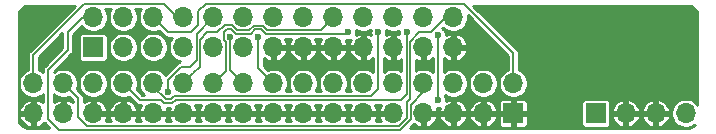
<source format=gbr>
G04 #@! TF.GenerationSoftware,KiCad,Pcbnew,(5.1.9)-1*
G04 #@! TF.CreationDate,2021-04-29T19:17:25+01:00*
G04 #@! TF.ProjectId,Roctec 26-pin to Gotek Adapter,526f6374-6563-4203-9236-2d70696e2074,rev?*
G04 #@! TF.SameCoordinates,Original*
G04 #@! TF.FileFunction,Copper,L1,Top*
G04 #@! TF.FilePolarity,Positive*
%FSLAX46Y46*%
G04 Gerber Fmt 4.6, Leading zero omitted, Abs format (unit mm)*
G04 Created by KiCad (PCBNEW (5.1.9)-1) date 2021-04-29 19:17:25*
%MOMM*%
%LPD*%
G01*
G04 APERTURE LIST*
G04 #@! TA.AperFunction,ComponentPad*
%ADD10R,1.700000X1.700000*%
G04 #@! TD*
G04 #@! TA.AperFunction,ComponentPad*
%ADD11O,1.700000X1.700000*%
G04 #@! TD*
G04 #@! TA.AperFunction,ViaPad*
%ADD12C,0.600000*%
G04 #@! TD*
G04 #@! TA.AperFunction,Conductor*
%ADD13C,0.150000*%
G04 #@! TD*
G04 #@! TA.AperFunction,Conductor*
%ADD14C,0.254000*%
G04 #@! TD*
G04 #@! TA.AperFunction,Conductor*
%ADD15C,0.100000*%
G04 #@! TD*
G04 APERTURE END LIST*
D10*
X149225000Y-115570000D03*
D11*
X151765000Y-115570000D03*
X154305000Y-115570000D03*
X156845000Y-115570000D03*
X101600000Y-113030000D03*
X101600000Y-115570000D03*
X104140000Y-113030000D03*
X104140000Y-115570000D03*
X106680000Y-113030000D03*
X106680000Y-115570000D03*
X109220000Y-113030000D03*
X109220000Y-115570000D03*
X111760000Y-113030000D03*
X111760000Y-115570000D03*
X114300000Y-113030000D03*
X114300000Y-115570000D03*
X116840000Y-113030000D03*
X116840000Y-115570000D03*
X119380000Y-113030000D03*
X119380000Y-115570000D03*
X121920000Y-113030000D03*
X121920000Y-115570000D03*
X124460000Y-113030000D03*
X124460000Y-115570000D03*
X127000000Y-113030000D03*
X127000000Y-115570000D03*
X129540000Y-113030000D03*
X129540000Y-115570000D03*
X132080000Y-113030000D03*
X132080000Y-115570000D03*
X134620000Y-113030000D03*
X134620000Y-115570000D03*
X137160000Y-113030000D03*
X137160000Y-115570000D03*
X139700000Y-113030000D03*
X139700000Y-115570000D03*
X142240000Y-113030000D03*
D10*
X142240000Y-115570000D03*
D11*
X137160000Y-107442000D03*
X137160000Y-109982000D03*
X134620000Y-107442000D03*
X134620000Y-109982000D03*
X132080000Y-107442000D03*
X132080000Y-109982000D03*
X129540000Y-107442000D03*
X129540000Y-109982000D03*
X127000000Y-107442000D03*
X127000000Y-109982000D03*
X124460000Y-107442000D03*
X124460000Y-109982000D03*
X121920000Y-107442000D03*
X121920000Y-109982000D03*
X119380000Y-107442000D03*
X119380000Y-109982000D03*
X116840000Y-107442000D03*
X116840000Y-109982000D03*
X114300000Y-107442000D03*
X114300000Y-109982000D03*
X111760000Y-107442000D03*
X111760000Y-109982000D03*
X109220000Y-107442000D03*
X109220000Y-109982000D03*
X106680000Y-107442000D03*
D10*
X106680000Y-109982000D03*
D12*
X104013000Y-107442000D03*
X103632000Y-110236000D03*
X100965000Y-107315000D03*
X100965000Y-108839000D03*
X107950000Y-108712000D03*
X110490000Y-108712000D03*
X103505000Y-107950000D03*
X135890000Y-114426996D03*
X135890000Y-108966000D03*
X133223000Y-108712000D03*
X130810000Y-108712000D03*
X128270000Y-108712000D03*
X118254010Y-109073760D03*
X120650000Y-109093008D03*
X113030000Y-113792014D03*
D13*
X132561721Y-116645001D02*
X106163999Y-116645001D01*
X134298998Y-108712000D02*
X133523011Y-109487987D01*
X135255000Y-108712000D02*
X134298998Y-108712000D01*
X136525000Y-107442000D02*
X135255000Y-108712000D01*
X105410000Y-115891002D02*
X105410000Y-114300000D01*
X133223000Y-114637721D02*
X133223000Y-115983722D01*
X133223000Y-115983722D02*
X132561721Y-116645001D01*
X133523011Y-109487987D02*
X133523011Y-114337710D01*
X106163999Y-116645001D02*
X105410000Y-115891002D01*
X133523011Y-114337710D02*
X133223000Y-114637721D01*
X105410000Y-114300000D02*
X104140000Y-113030000D01*
X137160000Y-107442000D02*
X136525000Y-107442000D01*
X135890000Y-114426996D02*
X135890000Y-108966000D01*
X113649283Y-114427000D02*
X132715000Y-114427000D01*
X113382270Y-114694013D02*
X113649283Y-114427000D01*
X112677730Y-114694013D02*
X113382270Y-114694013D01*
X110630013Y-114440013D02*
X112423730Y-114440013D01*
X109220000Y-113030000D02*
X110630013Y-114440013D01*
X133223000Y-113919000D02*
X133223000Y-108712000D01*
X132715000Y-114427000D02*
X133223000Y-113919000D01*
X112423730Y-114440013D02*
X112677730Y-114694013D01*
X130810000Y-113538000D02*
X130810000Y-108712000D01*
X130221011Y-114126989D02*
X130810000Y-113538000D01*
X113525015Y-114126989D02*
X130221011Y-114126989D01*
X113258002Y-114394002D02*
X113525015Y-114126989D01*
X112801998Y-114394002D02*
X113258002Y-114394002D01*
X111760000Y-113352004D02*
X112801998Y-114394002D01*
X111760000Y-113030000D02*
X111760000Y-113352004D01*
X119897716Y-108517001D02*
X118863999Y-108517001D01*
X115725012Y-111604988D02*
X115149999Y-112180001D01*
X117157500Y-108712000D02*
X116332000Y-108712000D01*
X118423998Y-108077000D02*
X117792500Y-108077000D01*
X121402284Y-108517001D02*
X121026270Y-108140987D01*
X115149999Y-112180001D02*
X114300000Y-113030000D01*
X120273730Y-108140987D02*
X119897716Y-108517001D01*
X121026270Y-108140987D02*
X120273730Y-108140987D01*
X127000000Y-107442000D02*
X125924999Y-108517001D01*
X125924999Y-108517001D02*
X121402284Y-108517001D01*
X118863999Y-108517001D02*
X118423998Y-108077000D01*
X116332000Y-108712000D02*
X115725012Y-109318988D01*
X115725012Y-109318988D02*
X115725012Y-111604988D01*
X117792500Y-108077000D02*
X117157500Y-108712000D01*
X121283002Y-108821998D02*
X128160002Y-108821998D01*
X120901998Y-108440994D02*
X121283002Y-108821998D01*
X120397998Y-108440994D02*
X120901998Y-108440994D01*
X118744718Y-108821998D02*
X120016994Y-108821998D01*
X120016994Y-108821998D02*
X120397998Y-108440994D01*
X118380720Y-108458000D02*
X118744718Y-108821998D01*
X117983000Y-108458000D02*
X118380720Y-108458000D01*
X117729000Y-108712000D02*
X117983000Y-108458000D01*
X117729000Y-109347000D02*
X117729000Y-108712000D01*
X117915001Y-109533001D02*
X117729000Y-109347000D01*
X117915001Y-111954999D02*
X117915001Y-109533001D01*
X128160002Y-108821998D02*
X128270000Y-108712000D01*
X116840000Y-113030000D02*
X117915001Y-111954999D01*
X118254010Y-111904010D02*
X118254010Y-109073760D01*
X119380000Y-113030000D02*
X118254010Y-111904010D01*
X120650000Y-111760000D02*
X120650000Y-109093008D01*
X121920000Y-113030000D02*
X120650000Y-111760000D01*
X101600000Y-110617000D02*
X101600000Y-113030000D01*
X105918000Y-106299000D02*
X101600000Y-110617000D01*
X112649000Y-106299000D02*
X105918000Y-106299000D01*
X114300000Y-107950000D02*
X112649000Y-106299000D01*
X142240000Y-110490000D02*
X142240000Y-113030000D01*
X138049000Y-106299000D02*
X142240000Y-110490000D01*
X117288002Y-106299000D02*
X138049000Y-106299000D01*
X117284012Y-106295010D02*
X117288002Y-106299000D01*
X116208990Y-106295010D02*
X117284012Y-106295010D01*
X115570000Y-108077000D02*
X115570000Y-106934000D01*
X114935000Y-108712000D02*
X115570000Y-108077000D01*
X113030000Y-108712000D02*
X114935000Y-108712000D01*
X115570000Y-106934000D02*
X116208990Y-106295010D01*
X111760000Y-107442000D02*
X113030000Y-108712000D01*
X134620000Y-113792000D02*
X134620000Y-113030000D01*
X133544999Y-114867001D02*
X134620000Y-113792000D01*
X133544999Y-116086001D02*
X133544999Y-114867001D01*
X103762990Y-116970990D02*
X132660010Y-116970990D01*
X132660010Y-116970990D02*
X133544999Y-116086001D01*
X102870000Y-116078000D02*
X103762990Y-116970990D01*
X102870000Y-111887000D02*
X102870000Y-116078000D01*
X104521000Y-110236000D02*
X102870000Y-111887000D01*
X104521000Y-108712000D02*
X104521000Y-110236000D01*
X105791000Y-107442000D02*
X104521000Y-108712000D01*
X106680000Y-107442000D02*
X105791000Y-107442000D01*
X114123997Y-111615001D02*
X113030000Y-112708998D01*
X114840001Y-111615001D02*
X114123997Y-111615001D01*
X115425001Y-111030001D02*
X114840001Y-111615001D01*
X115425001Y-108856999D02*
X115425001Y-111030001D01*
X113030000Y-112708998D02*
X113030000Y-113792014D01*
X116840000Y-107442000D02*
X115425001Y-108856999D01*
D14*
X101293402Y-110278717D02*
X101275999Y-110292999D01*
X101219016Y-110362435D01*
X101176673Y-110441653D01*
X101150598Y-110527609D01*
X101145379Y-110580600D01*
X101141794Y-110617000D01*
X101144000Y-110639396D01*
X101144001Y-111886457D01*
X101016903Y-111939102D01*
X100815283Y-112073820D01*
X100643820Y-112245283D01*
X100509102Y-112446903D01*
X100416307Y-112670931D01*
X100369000Y-112908757D01*
X100369000Y-113151243D01*
X100416307Y-113389069D01*
X100509102Y-113613097D01*
X100643820Y-113814717D01*
X100815283Y-113986180D01*
X101016903Y-114120898D01*
X101240931Y-114213693D01*
X101478757Y-114261000D01*
X101721243Y-114261000D01*
X101959069Y-114213693D01*
X102183097Y-114120898D01*
X102384717Y-113986180D01*
X102414000Y-113956897D01*
X102414001Y-114646745D01*
X102412924Y-114645592D01*
X102216961Y-114504761D01*
X101997288Y-114404866D01*
X101916980Y-114380511D01*
X101727000Y-114441373D01*
X101727000Y-115443000D01*
X101747000Y-115443000D01*
X101747000Y-115697000D01*
X101727000Y-115697000D01*
X101727000Y-116698627D01*
X101916980Y-116759489D01*
X101997288Y-116735134D01*
X102216961Y-116635239D01*
X102412924Y-116494408D01*
X102524128Y-116375350D01*
X102546000Y-116402001D01*
X102563398Y-116416279D01*
X102962119Y-116815000D01*
X101238854Y-116815000D01*
X101051559Y-116796636D01*
X100890497Y-116748008D01*
X100741949Y-116669023D01*
X100611570Y-116562689D01*
X100504326Y-116433054D01*
X100424305Y-116285058D01*
X100374554Y-116124339D01*
X100355000Y-115938293D01*
X100355000Y-115886981D01*
X100410505Y-115886981D01*
X100495201Y-116112949D01*
X100622353Y-116318052D01*
X100787076Y-116494408D01*
X100983039Y-116635239D01*
X101202712Y-116735134D01*
X101283020Y-116759489D01*
X101473000Y-116698627D01*
X101473000Y-115697000D01*
X100470813Y-115697000D01*
X100410505Y-115886981D01*
X100355000Y-115886981D01*
X100355000Y-115253019D01*
X100410505Y-115253019D01*
X100470813Y-115443000D01*
X101473000Y-115443000D01*
X101473000Y-114441373D01*
X101283020Y-114380511D01*
X101202712Y-114404866D01*
X100983039Y-114504761D01*
X100787076Y-114645592D01*
X100622353Y-114821948D01*
X100495201Y-115027051D01*
X100410505Y-115253019D01*
X100355000Y-115253019D01*
X100355000Y-107334854D01*
X100373364Y-107147559D01*
X100421992Y-106986499D01*
X100500979Y-106837946D01*
X100607310Y-106707570D01*
X100736946Y-106600326D01*
X100884942Y-106520305D01*
X101045661Y-106470554D01*
X101231707Y-106451000D01*
X105121118Y-106451000D01*
X101293402Y-110278717D01*
G04 #@! TA.AperFunction,Conductor*
D15*
G36*
X101293402Y-110278717D02*
G01*
X101275999Y-110292999D01*
X101219016Y-110362435D01*
X101176673Y-110441653D01*
X101150598Y-110527609D01*
X101145379Y-110580600D01*
X101141794Y-110617000D01*
X101144000Y-110639396D01*
X101144001Y-111886457D01*
X101016903Y-111939102D01*
X100815283Y-112073820D01*
X100643820Y-112245283D01*
X100509102Y-112446903D01*
X100416307Y-112670931D01*
X100369000Y-112908757D01*
X100369000Y-113151243D01*
X100416307Y-113389069D01*
X100509102Y-113613097D01*
X100643820Y-113814717D01*
X100815283Y-113986180D01*
X101016903Y-114120898D01*
X101240931Y-114213693D01*
X101478757Y-114261000D01*
X101721243Y-114261000D01*
X101959069Y-114213693D01*
X102183097Y-114120898D01*
X102384717Y-113986180D01*
X102414000Y-113956897D01*
X102414001Y-114646745D01*
X102412924Y-114645592D01*
X102216961Y-114504761D01*
X101997288Y-114404866D01*
X101916980Y-114380511D01*
X101727000Y-114441373D01*
X101727000Y-115443000D01*
X101747000Y-115443000D01*
X101747000Y-115697000D01*
X101727000Y-115697000D01*
X101727000Y-116698627D01*
X101916980Y-116759489D01*
X101997288Y-116735134D01*
X102216961Y-116635239D01*
X102412924Y-116494408D01*
X102524128Y-116375350D01*
X102546000Y-116402001D01*
X102563398Y-116416279D01*
X102962119Y-116815000D01*
X101238854Y-116815000D01*
X101051559Y-116796636D01*
X100890497Y-116748008D01*
X100741949Y-116669023D01*
X100611570Y-116562689D01*
X100504326Y-116433054D01*
X100424305Y-116285058D01*
X100374554Y-116124339D01*
X100355000Y-115938293D01*
X100355000Y-115886981D01*
X100410505Y-115886981D01*
X100495201Y-116112949D01*
X100622353Y-116318052D01*
X100787076Y-116494408D01*
X100983039Y-116635239D01*
X101202712Y-116735134D01*
X101283020Y-116759489D01*
X101473000Y-116698627D01*
X101473000Y-115697000D01*
X100470813Y-115697000D01*
X100410505Y-115886981D01*
X100355000Y-115886981D01*
X100355000Y-115253019D01*
X100410505Y-115253019D01*
X100470813Y-115443000D01*
X101473000Y-115443000D01*
X101473000Y-114441373D01*
X101283020Y-114380511D01*
X101202712Y-114404866D01*
X100983039Y-114504761D01*
X100787076Y-114645592D01*
X100622353Y-114821948D01*
X100495201Y-115027051D01*
X100410505Y-115253019D01*
X100355000Y-115253019D01*
X100355000Y-107334854D01*
X100373364Y-107147559D01*
X100421992Y-106986499D01*
X100500979Y-106837946D01*
X100607310Y-106707570D01*
X100736946Y-106600326D01*
X100884942Y-106520305D01*
X101045661Y-106470554D01*
X101231707Y-106451000D01*
X105121118Y-106451000D01*
X101293402Y-110278717D01*
G37*
G04 #@! TD.AperFunction*
D14*
X157139441Y-106469364D02*
X157300501Y-106517992D01*
X157449054Y-106596979D01*
X157579430Y-106703310D01*
X157686674Y-106832946D01*
X157766695Y-106980942D01*
X157816446Y-107141661D01*
X157836000Y-107327707D01*
X157836001Y-114837396D01*
X157801180Y-114785283D01*
X157629717Y-114613820D01*
X157428097Y-114479102D01*
X157204069Y-114386307D01*
X156966243Y-114339000D01*
X156723757Y-114339000D01*
X156485931Y-114386307D01*
X156261903Y-114479102D01*
X156060283Y-114613820D01*
X155888820Y-114785283D01*
X155754102Y-114986903D01*
X155661307Y-115210931D01*
X155614000Y-115448757D01*
X155614000Y-115691243D01*
X155661307Y-115929069D01*
X155754102Y-116153097D01*
X155888820Y-116354717D01*
X156060283Y-116526180D01*
X156261903Y-116660898D01*
X156485931Y-116753693D01*
X156723757Y-116801000D01*
X156966243Y-116801000D01*
X157204069Y-116753693D01*
X157428097Y-116660898D01*
X157586369Y-116555144D01*
X157583689Y-116558430D01*
X157454054Y-116665674D01*
X157306058Y-116745695D01*
X157145339Y-116795446D01*
X156959293Y-116815000D01*
X133460881Y-116815000D01*
X133794711Y-116481170D01*
X133807076Y-116494408D01*
X134003039Y-116635239D01*
X134222712Y-116735134D01*
X134303020Y-116759489D01*
X134493000Y-116698627D01*
X134493000Y-115697000D01*
X134747000Y-115697000D01*
X134747000Y-116698627D01*
X134936980Y-116759489D01*
X135017288Y-116735134D01*
X135236961Y-116635239D01*
X135432924Y-116494408D01*
X135597647Y-116318052D01*
X135724799Y-116112949D01*
X135809495Y-115886981D01*
X135970505Y-115886981D01*
X136055201Y-116112949D01*
X136182353Y-116318052D01*
X136347076Y-116494408D01*
X136543039Y-116635239D01*
X136762712Y-116735134D01*
X136843020Y-116759489D01*
X137033000Y-116698627D01*
X137033000Y-115697000D01*
X137287000Y-115697000D01*
X137287000Y-116698627D01*
X137476980Y-116759489D01*
X137557288Y-116735134D01*
X137776961Y-116635239D01*
X137972924Y-116494408D01*
X138137647Y-116318052D01*
X138264799Y-116112949D01*
X138349495Y-115886981D01*
X138510505Y-115886981D01*
X138595201Y-116112949D01*
X138722353Y-116318052D01*
X138887076Y-116494408D01*
X139083039Y-116635239D01*
X139302712Y-116735134D01*
X139383020Y-116759489D01*
X139573000Y-116698627D01*
X139573000Y-115697000D01*
X139827000Y-115697000D01*
X139827000Y-116698627D01*
X140016980Y-116759489D01*
X140097288Y-116735134D01*
X140316961Y-116635239D01*
X140512924Y-116494408D01*
X140582423Y-116420000D01*
X141007157Y-116420000D01*
X141014513Y-116494689D01*
X141036299Y-116566508D01*
X141071678Y-116632696D01*
X141119289Y-116690711D01*
X141177304Y-116738322D01*
X141243492Y-116773701D01*
X141315311Y-116795487D01*
X141390000Y-116802843D01*
X142017750Y-116801000D01*
X142113000Y-116705750D01*
X142113000Y-115697000D01*
X142367000Y-115697000D01*
X142367000Y-116705750D01*
X142462250Y-116801000D01*
X143090000Y-116802843D01*
X143164689Y-116795487D01*
X143236508Y-116773701D01*
X143302696Y-116738322D01*
X143360711Y-116690711D01*
X143408322Y-116632696D01*
X143443701Y-116566508D01*
X143465487Y-116494689D01*
X143472843Y-116420000D01*
X143471000Y-115792250D01*
X143375750Y-115697000D01*
X142367000Y-115697000D01*
X142113000Y-115697000D01*
X141104250Y-115697000D01*
X141009000Y-115792250D01*
X141007157Y-116420000D01*
X140582423Y-116420000D01*
X140677647Y-116318052D01*
X140804799Y-116112949D01*
X140889495Y-115886981D01*
X140829187Y-115697000D01*
X139827000Y-115697000D01*
X139573000Y-115697000D01*
X138570813Y-115697000D01*
X138510505Y-115886981D01*
X138349495Y-115886981D01*
X138289187Y-115697000D01*
X137287000Y-115697000D01*
X137033000Y-115697000D01*
X136030813Y-115697000D01*
X135970505Y-115886981D01*
X135809495Y-115886981D01*
X135749187Y-115697000D01*
X134747000Y-115697000D01*
X134493000Y-115697000D01*
X134473000Y-115697000D01*
X134473000Y-115443000D01*
X134493000Y-115443000D01*
X134493000Y-115423000D01*
X134747000Y-115423000D01*
X134747000Y-115443000D01*
X135749187Y-115443000D01*
X135809495Y-115253019D01*
X135749677Y-115093425D01*
X135822927Y-115107996D01*
X135957073Y-115107996D01*
X136030323Y-115093425D01*
X135970505Y-115253019D01*
X136030813Y-115443000D01*
X137033000Y-115443000D01*
X137033000Y-114441373D01*
X137287000Y-114441373D01*
X137287000Y-115443000D01*
X138289187Y-115443000D01*
X138349495Y-115253019D01*
X138510505Y-115253019D01*
X138570813Y-115443000D01*
X139573000Y-115443000D01*
X139573000Y-114441373D01*
X139827000Y-114441373D01*
X139827000Y-115443000D01*
X140829187Y-115443000D01*
X140889495Y-115253019D01*
X140804799Y-115027051D01*
X140677647Y-114821948D01*
X140582424Y-114720000D01*
X141007157Y-114720000D01*
X141009000Y-115347750D01*
X141104250Y-115443000D01*
X142113000Y-115443000D01*
X142113000Y-114434250D01*
X142367000Y-114434250D01*
X142367000Y-115443000D01*
X143375750Y-115443000D01*
X143471000Y-115347750D01*
X143472843Y-114720000D01*
X147992157Y-114720000D01*
X147992157Y-116420000D01*
X147999513Y-116494689D01*
X148021299Y-116566508D01*
X148056678Y-116632696D01*
X148104289Y-116690711D01*
X148162304Y-116738322D01*
X148228492Y-116773701D01*
X148300311Y-116795487D01*
X148375000Y-116802843D01*
X150075000Y-116802843D01*
X150149689Y-116795487D01*
X150221508Y-116773701D01*
X150287696Y-116738322D01*
X150345711Y-116690711D01*
X150393322Y-116632696D01*
X150428701Y-116566508D01*
X150450487Y-116494689D01*
X150457843Y-116420000D01*
X150457843Y-115886981D01*
X150575505Y-115886981D01*
X150660201Y-116112949D01*
X150787353Y-116318052D01*
X150952076Y-116494408D01*
X151148039Y-116635239D01*
X151367712Y-116735134D01*
X151448020Y-116759489D01*
X151638000Y-116698627D01*
X151638000Y-115697000D01*
X151892000Y-115697000D01*
X151892000Y-116698627D01*
X152081980Y-116759489D01*
X152162288Y-116735134D01*
X152381961Y-116635239D01*
X152577924Y-116494408D01*
X152742647Y-116318052D01*
X152869799Y-116112949D01*
X152954495Y-115886981D01*
X153115505Y-115886981D01*
X153200201Y-116112949D01*
X153327353Y-116318052D01*
X153492076Y-116494408D01*
X153688039Y-116635239D01*
X153907712Y-116735134D01*
X153988020Y-116759489D01*
X154178000Y-116698627D01*
X154178000Y-115697000D01*
X154432000Y-115697000D01*
X154432000Y-116698627D01*
X154621980Y-116759489D01*
X154702288Y-116735134D01*
X154921961Y-116635239D01*
X155117924Y-116494408D01*
X155282647Y-116318052D01*
X155409799Y-116112949D01*
X155494495Y-115886981D01*
X155434187Y-115697000D01*
X154432000Y-115697000D01*
X154178000Y-115697000D01*
X153175813Y-115697000D01*
X153115505Y-115886981D01*
X152954495Y-115886981D01*
X152894187Y-115697000D01*
X151892000Y-115697000D01*
X151638000Y-115697000D01*
X150635813Y-115697000D01*
X150575505Y-115886981D01*
X150457843Y-115886981D01*
X150457843Y-115253019D01*
X150575505Y-115253019D01*
X150635813Y-115443000D01*
X151638000Y-115443000D01*
X151638000Y-114441373D01*
X151892000Y-114441373D01*
X151892000Y-115443000D01*
X152894187Y-115443000D01*
X152954495Y-115253019D01*
X153115505Y-115253019D01*
X153175813Y-115443000D01*
X154178000Y-115443000D01*
X154178000Y-114441373D01*
X154432000Y-114441373D01*
X154432000Y-115443000D01*
X155434187Y-115443000D01*
X155494495Y-115253019D01*
X155409799Y-115027051D01*
X155282647Y-114821948D01*
X155117924Y-114645592D01*
X154921961Y-114504761D01*
X154702288Y-114404866D01*
X154621980Y-114380511D01*
X154432000Y-114441373D01*
X154178000Y-114441373D01*
X153988020Y-114380511D01*
X153907712Y-114404866D01*
X153688039Y-114504761D01*
X153492076Y-114645592D01*
X153327353Y-114821948D01*
X153200201Y-115027051D01*
X153115505Y-115253019D01*
X152954495Y-115253019D01*
X152869799Y-115027051D01*
X152742647Y-114821948D01*
X152577924Y-114645592D01*
X152381961Y-114504761D01*
X152162288Y-114404866D01*
X152081980Y-114380511D01*
X151892000Y-114441373D01*
X151638000Y-114441373D01*
X151448020Y-114380511D01*
X151367712Y-114404866D01*
X151148039Y-114504761D01*
X150952076Y-114645592D01*
X150787353Y-114821948D01*
X150660201Y-115027051D01*
X150575505Y-115253019D01*
X150457843Y-115253019D01*
X150457843Y-114720000D01*
X150450487Y-114645311D01*
X150428701Y-114573492D01*
X150393322Y-114507304D01*
X150345711Y-114449289D01*
X150287696Y-114401678D01*
X150221508Y-114366299D01*
X150149689Y-114344513D01*
X150075000Y-114337157D01*
X148375000Y-114337157D01*
X148300311Y-114344513D01*
X148228492Y-114366299D01*
X148162304Y-114401678D01*
X148104289Y-114449289D01*
X148056678Y-114507304D01*
X148021299Y-114573492D01*
X147999513Y-114645311D01*
X147992157Y-114720000D01*
X143472843Y-114720000D01*
X143465487Y-114645311D01*
X143443701Y-114573492D01*
X143408322Y-114507304D01*
X143360711Y-114449289D01*
X143302696Y-114401678D01*
X143236508Y-114366299D01*
X143164689Y-114344513D01*
X143090000Y-114337157D01*
X142462250Y-114339000D01*
X142367000Y-114434250D01*
X142113000Y-114434250D01*
X142017750Y-114339000D01*
X141390000Y-114337157D01*
X141315311Y-114344513D01*
X141243492Y-114366299D01*
X141177304Y-114401678D01*
X141119289Y-114449289D01*
X141071678Y-114507304D01*
X141036299Y-114573492D01*
X141014513Y-114645311D01*
X141007157Y-114720000D01*
X140582424Y-114720000D01*
X140512924Y-114645592D01*
X140316961Y-114504761D01*
X140097288Y-114404866D01*
X140016980Y-114380511D01*
X139827000Y-114441373D01*
X139573000Y-114441373D01*
X139383020Y-114380511D01*
X139302712Y-114404866D01*
X139083039Y-114504761D01*
X138887076Y-114645592D01*
X138722353Y-114821948D01*
X138595201Y-115027051D01*
X138510505Y-115253019D01*
X138349495Y-115253019D01*
X138264799Y-115027051D01*
X138137647Y-114821948D01*
X137972924Y-114645592D01*
X137776961Y-114504761D01*
X137557288Y-114404866D01*
X137476980Y-114380511D01*
X137287000Y-114441373D01*
X137033000Y-114441373D01*
X136843020Y-114380511D01*
X136762712Y-114404866D01*
X136571000Y-114492046D01*
X136571000Y-114359923D01*
X136544829Y-114228356D01*
X136493494Y-114104422D01*
X136446108Y-114033504D01*
X136576903Y-114120898D01*
X136800931Y-114213693D01*
X137038757Y-114261000D01*
X137281243Y-114261000D01*
X137519069Y-114213693D01*
X137743097Y-114120898D01*
X137944717Y-113986180D01*
X138116180Y-113814717D01*
X138250898Y-113613097D01*
X138343693Y-113389069D01*
X138391000Y-113151243D01*
X138391000Y-112908757D01*
X138469000Y-112908757D01*
X138469000Y-113151243D01*
X138516307Y-113389069D01*
X138609102Y-113613097D01*
X138743820Y-113814717D01*
X138915283Y-113986180D01*
X139116903Y-114120898D01*
X139340931Y-114213693D01*
X139578757Y-114261000D01*
X139821243Y-114261000D01*
X140059069Y-114213693D01*
X140283097Y-114120898D01*
X140484717Y-113986180D01*
X140656180Y-113814717D01*
X140790898Y-113613097D01*
X140883693Y-113389069D01*
X140931000Y-113151243D01*
X140931000Y-112908757D01*
X140883693Y-112670931D01*
X140790898Y-112446903D01*
X140656180Y-112245283D01*
X140484717Y-112073820D01*
X140283097Y-111939102D01*
X140059069Y-111846307D01*
X139821243Y-111799000D01*
X139578757Y-111799000D01*
X139340931Y-111846307D01*
X139116903Y-111939102D01*
X138915283Y-112073820D01*
X138743820Y-112245283D01*
X138609102Y-112446903D01*
X138516307Y-112670931D01*
X138469000Y-112908757D01*
X138391000Y-112908757D01*
X138343693Y-112670931D01*
X138250898Y-112446903D01*
X138116180Y-112245283D01*
X137944717Y-112073820D01*
X137743097Y-111939102D01*
X137519069Y-111846307D01*
X137281243Y-111799000D01*
X137038757Y-111799000D01*
X136800931Y-111846307D01*
X136576903Y-111939102D01*
X136375283Y-112073820D01*
X136346000Y-112103103D01*
X136346000Y-110905256D01*
X136347076Y-110906408D01*
X136543039Y-111047239D01*
X136762712Y-111147134D01*
X136843020Y-111171489D01*
X137033000Y-111110627D01*
X137033000Y-110109000D01*
X137287000Y-110109000D01*
X137287000Y-111110627D01*
X137476980Y-111171489D01*
X137557288Y-111147134D01*
X137776961Y-111047239D01*
X137972924Y-110906408D01*
X138137647Y-110730052D01*
X138264799Y-110524949D01*
X138349495Y-110298981D01*
X138289187Y-110109000D01*
X137287000Y-110109000D01*
X137033000Y-110109000D01*
X137013000Y-110109000D01*
X137013000Y-109855000D01*
X137033000Y-109855000D01*
X137033000Y-108853373D01*
X137287000Y-108853373D01*
X137287000Y-109855000D01*
X138289187Y-109855000D01*
X138349495Y-109665019D01*
X138264799Y-109439051D01*
X138137647Y-109233948D01*
X137972924Y-109057592D01*
X137776961Y-108916761D01*
X137557288Y-108816866D01*
X137476980Y-108792511D01*
X137287000Y-108853373D01*
X137033000Y-108853373D01*
X136843020Y-108792511D01*
X136762712Y-108816866D01*
X136571000Y-108904046D01*
X136571000Y-108898927D01*
X136544829Y-108767360D01*
X136493494Y-108643426D01*
X136418967Y-108531888D01*
X136324112Y-108437033D01*
X136234635Y-108377247D01*
X136294492Y-108317389D01*
X136375283Y-108398180D01*
X136576903Y-108532898D01*
X136800931Y-108625693D01*
X137038757Y-108673000D01*
X137281243Y-108673000D01*
X137519069Y-108625693D01*
X137743097Y-108532898D01*
X137944717Y-108398180D01*
X138116180Y-108226717D01*
X138250898Y-108025097D01*
X138343693Y-107801069D01*
X138391000Y-107563243D01*
X138391000Y-107320757D01*
X138382340Y-107277221D01*
X141784000Y-110678882D01*
X141784001Y-111886457D01*
X141656903Y-111939102D01*
X141455283Y-112073820D01*
X141283820Y-112245283D01*
X141149102Y-112446903D01*
X141056307Y-112670931D01*
X141009000Y-112908757D01*
X141009000Y-113151243D01*
X141056307Y-113389069D01*
X141149102Y-113613097D01*
X141283820Y-113814717D01*
X141455283Y-113986180D01*
X141656903Y-114120898D01*
X141880931Y-114213693D01*
X142118757Y-114261000D01*
X142361243Y-114261000D01*
X142599069Y-114213693D01*
X142823097Y-114120898D01*
X143024717Y-113986180D01*
X143196180Y-113814717D01*
X143330898Y-113613097D01*
X143423693Y-113389069D01*
X143471000Y-113151243D01*
X143471000Y-112908757D01*
X143423693Y-112670931D01*
X143330898Y-112446903D01*
X143196180Y-112245283D01*
X143024717Y-112073820D01*
X142823097Y-111939102D01*
X142696000Y-111886457D01*
X142696000Y-110512395D01*
X142698206Y-110489999D01*
X142693444Y-110441652D01*
X142689402Y-110400608D01*
X142663327Y-110314652D01*
X142620984Y-110235434D01*
X142564001Y-110165999D01*
X142546604Y-110151722D01*
X138845881Y-106451000D01*
X156952146Y-106451000D01*
X157139441Y-106469364D01*
G04 #@! TA.AperFunction,Conductor*
D15*
G36*
X157139441Y-106469364D02*
G01*
X157300501Y-106517992D01*
X157449054Y-106596979D01*
X157579430Y-106703310D01*
X157686674Y-106832946D01*
X157766695Y-106980942D01*
X157816446Y-107141661D01*
X157836000Y-107327707D01*
X157836001Y-114837396D01*
X157801180Y-114785283D01*
X157629717Y-114613820D01*
X157428097Y-114479102D01*
X157204069Y-114386307D01*
X156966243Y-114339000D01*
X156723757Y-114339000D01*
X156485931Y-114386307D01*
X156261903Y-114479102D01*
X156060283Y-114613820D01*
X155888820Y-114785283D01*
X155754102Y-114986903D01*
X155661307Y-115210931D01*
X155614000Y-115448757D01*
X155614000Y-115691243D01*
X155661307Y-115929069D01*
X155754102Y-116153097D01*
X155888820Y-116354717D01*
X156060283Y-116526180D01*
X156261903Y-116660898D01*
X156485931Y-116753693D01*
X156723757Y-116801000D01*
X156966243Y-116801000D01*
X157204069Y-116753693D01*
X157428097Y-116660898D01*
X157586369Y-116555144D01*
X157583689Y-116558430D01*
X157454054Y-116665674D01*
X157306058Y-116745695D01*
X157145339Y-116795446D01*
X156959293Y-116815000D01*
X133460881Y-116815000D01*
X133794711Y-116481170D01*
X133807076Y-116494408D01*
X134003039Y-116635239D01*
X134222712Y-116735134D01*
X134303020Y-116759489D01*
X134493000Y-116698627D01*
X134493000Y-115697000D01*
X134747000Y-115697000D01*
X134747000Y-116698627D01*
X134936980Y-116759489D01*
X135017288Y-116735134D01*
X135236961Y-116635239D01*
X135432924Y-116494408D01*
X135597647Y-116318052D01*
X135724799Y-116112949D01*
X135809495Y-115886981D01*
X135970505Y-115886981D01*
X136055201Y-116112949D01*
X136182353Y-116318052D01*
X136347076Y-116494408D01*
X136543039Y-116635239D01*
X136762712Y-116735134D01*
X136843020Y-116759489D01*
X137033000Y-116698627D01*
X137033000Y-115697000D01*
X137287000Y-115697000D01*
X137287000Y-116698627D01*
X137476980Y-116759489D01*
X137557288Y-116735134D01*
X137776961Y-116635239D01*
X137972924Y-116494408D01*
X138137647Y-116318052D01*
X138264799Y-116112949D01*
X138349495Y-115886981D01*
X138510505Y-115886981D01*
X138595201Y-116112949D01*
X138722353Y-116318052D01*
X138887076Y-116494408D01*
X139083039Y-116635239D01*
X139302712Y-116735134D01*
X139383020Y-116759489D01*
X139573000Y-116698627D01*
X139573000Y-115697000D01*
X139827000Y-115697000D01*
X139827000Y-116698627D01*
X140016980Y-116759489D01*
X140097288Y-116735134D01*
X140316961Y-116635239D01*
X140512924Y-116494408D01*
X140582423Y-116420000D01*
X141007157Y-116420000D01*
X141014513Y-116494689D01*
X141036299Y-116566508D01*
X141071678Y-116632696D01*
X141119289Y-116690711D01*
X141177304Y-116738322D01*
X141243492Y-116773701D01*
X141315311Y-116795487D01*
X141390000Y-116802843D01*
X142017750Y-116801000D01*
X142113000Y-116705750D01*
X142113000Y-115697000D01*
X142367000Y-115697000D01*
X142367000Y-116705750D01*
X142462250Y-116801000D01*
X143090000Y-116802843D01*
X143164689Y-116795487D01*
X143236508Y-116773701D01*
X143302696Y-116738322D01*
X143360711Y-116690711D01*
X143408322Y-116632696D01*
X143443701Y-116566508D01*
X143465487Y-116494689D01*
X143472843Y-116420000D01*
X143471000Y-115792250D01*
X143375750Y-115697000D01*
X142367000Y-115697000D01*
X142113000Y-115697000D01*
X141104250Y-115697000D01*
X141009000Y-115792250D01*
X141007157Y-116420000D01*
X140582423Y-116420000D01*
X140677647Y-116318052D01*
X140804799Y-116112949D01*
X140889495Y-115886981D01*
X140829187Y-115697000D01*
X139827000Y-115697000D01*
X139573000Y-115697000D01*
X138570813Y-115697000D01*
X138510505Y-115886981D01*
X138349495Y-115886981D01*
X138289187Y-115697000D01*
X137287000Y-115697000D01*
X137033000Y-115697000D01*
X136030813Y-115697000D01*
X135970505Y-115886981D01*
X135809495Y-115886981D01*
X135749187Y-115697000D01*
X134747000Y-115697000D01*
X134493000Y-115697000D01*
X134473000Y-115697000D01*
X134473000Y-115443000D01*
X134493000Y-115443000D01*
X134493000Y-115423000D01*
X134747000Y-115423000D01*
X134747000Y-115443000D01*
X135749187Y-115443000D01*
X135809495Y-115253019D01*
X135749677Y-115093425D01*
X135822927Y-115107996D01*
X135957073Y-115107996D01*
X136030323Y-115093425D01*
X135970505Y-115253019D01*
X136030813Y-115443000D01*
X137033000Y-115443000D01*
X137033000Y-114441373D01*
X137287000Y-114441373D01*
X137287000Y-115443000D01*
X138289187Y-115443000D01*
X138349495Y-115253019D01*
X138510505Y-115253019D01*
X138570813Y-115443000D01*
X139573000Y-115443000D01*
X139573000Y-114441373D01*
X139827000Y-114441373D01*
X139827000Y-115443000D01*
X140829187Y-115443000D01*
X140889495Y-115253019D01*
X140804799Y-115027051D01*
X140677647Y-114821948D01*
X140582424Y-114720000D01*
X141007157Y-114720000D01*
X141009000Y-115347750D01*
X141104250Y-115443000D01*
X142113000Y-115443000D01*
X142113000Y-114434250D01*
X142367000Y-114434250D01*
X142367000Y-115443000D01*
X143375750Y-115443000D01*
X143471000Y-115347750D01*
X143472843Y-114720000D01*
X147992157Y-114720000D01*
X147992157Y-116420000D01*
X147999513Y-116494689D01*
X148021299Y-116566508D01*
X148056678Y-116632696D01*
X148104289Y-116690711D01*
X148162304Y-116738322D01*
X148228492Y-116773701D01*
X148300311Y-116795487D01*
X148375000Y-116802843D01*
X150075000Y-116802843D01*
X150149689Y-116795487D01*
X150221508Y-116773701D01*
X150287696Y-116738322D01*
X150345711Y-116690711D01*
X150393322Y-116632696D01*
X150428701Y-116566508D01*
X150450487Y-116494689D01*
X150457843Y-116420000D01*
X150457843Y-115886981D01*
X150575505Y-115886981D01*
X150660201Y-116112949D01*
X150787353Y-116318052D01*
X150952076Y-116494408D01*
X151148039Y-116635239D01*
X151367712Y-116735134D01*
X151448020Y-116759489D01*
X151638000Y-116698627D01*
X151638000Y-115697000D01*
X151892000Y-115697000D01*
X151892000Y-116698627D01*
X152081980Y-116759489D01*
X152162288Y-116735134D01*
X152381961Y-116635239D01*
X152577924Y-116494408D01*
X152742647Y-116318052D01*
X152869799Y-116112949D01*
X152954495Y-115886981D01*
X153115505Y-115886981D01*
X153200201Y-116112949D01*
X153327353Y-116318052D01*
X153492076Y-116494408D01*
X153688039Y-116635239D01*
X153907712Y-116735134D01*
X153988020Y-116759489D01*
X154178000Y-116698627D01*
X154178000Y-115697000D01*
X154432000Y-115697000D01*
X154432000Y-116698627D01*
X154621980Y-116759489D01*
X154702288Y-116735134D01*
X154921961Y-116635239D01*
X155117924Y-116494408D01*
X155282647Y-116318052D01*
X155409799Y-116112949D01*
X155494495Y-115886981D01*
X155434187Y-115697000D01*
X154432000Y-115697000D01*
X154178000Y-115697000D01*
X153175813Y-115697000D01*
X153115505Y-115886981D01*
X152954495Y-115886981D01*
X152894187Y-115697000D01*
X151892000Y-115697000D01*
X151638000Y-115697000D01*
X150635813Y-115697000D01*
X150575505Y-115886981D01*
X150457843Y-115886981D01*
X150457843Y-115253019D01*
X150575505Y-115253019D01*
X150635813Y-115443000D01*
X151638000Y-115443000D01*
X151638000Y-114441373D01*
X151892000Y-114441373D01*
X151892000Y-115443000D01*
X152894187Y-115443000D01*
X152954495Y-115253019D01*
X153115505Y-115253019D01*
X153175813Y-115443000D01*
X154178000Y-115443000D01*
X154178000Y-114441373D01*
X154432000Y-114441373D01*
X154432000Y-115443000D01*
X155434187Y-115443000D01*
X155494495Y-115253019D01*
X155409799Y-115027051D01*
X155282647Y-114821948D01*
X155117924Y-114645592D01*
X154921961Y-114504761D01*
X154702288Y-114404866D01*
X154621980Y-114380511D01*
X154432000Y-114441373D01*
X154178000Y-114441373D01*
X153988020Y-114380511D01*
X153907712Y-114404866D01*
X153688039Y-114504761D01*
X153492076Y-114645592D01*
X153327353Y-114821948D01*
X153200201Y-115027051D01*
X153115505Y-115253019D01*
X152954495Y-115253019D01*
X152869799Y-115027051D01*
X152742647Y-114821948D01*
X152577924Y-114645592D01*
X152381961Y-114504761D01*
X152162288Y-114404866D01*
X152081980Y-114380511D01*
X151892000Y-114441373D01*
X151638000Y-114441373D01*
X151448020Y-114380511D01*
X151367712Y-114404866D01*
X151148039Y-114504761D01*
X150952076Y-114645592D01*
X150787353Y-114821948D01*
X150660201Y-115027051D01*
X150575505Y-115253019D01*
X150457843Y-115253019D01*
X150457843Y-114720000D01*
X150450487Y-114645311D01*
X150428701Y-114573492D01*
X150393322Y-114507304D01*
X150345711Y-114449289D01*
X150287696Y-114401678D01*
X150221508Y-114366299D01*
X150149689Y-114344513D01*
X150075000Y-114337157D01*
X148375000Y-114337157D01*
X148300311Y-114344513D01*
X148228492Y-114366299D01*
X148162304Y-114401678D01*
X148104289Y-114449289D01*
X148056678Y-114507304D01*
X148021299Y-114573492D01*
X147999513Y-114645311D01*
X147992157Y-114720000D01*
X143472843Y-114720000D01*
X143465487Y-114645311D01*
X143443701Y-114573492D01*
X143408322Y-114507304D01*
X143360711Y-114449289D01*
X143302696Y-114401678D01*
X143236508Y-114366299D01*
X143164689Y-114344513D01*
X143090000Y-114337157D01*
X142462250Y-114339000D01*
X142367000Y-114434250D01*
X142113000Y-114434250D01*
X142017750Y-114339000D01*
X141390000Y-114337157D01*
X141315311Y-114344513D01*
X141243492Y-114366299D01*
X141177304Y-114401678D01*
X141119289Y-114449289D01*
X141071678Y-114507304D01*
X141036299Y-114573492D01*
X141014513Y-114645311D01*
X141007157Y-114720000D01*
X140582424Y-114720000D01*
X140512924Y-114645592D01*
X140316961Y-114504761D01*
X140097288Y-114404866D01*
X140016980Y-114380511D01*
X139827000Y-114441373D01*
X139573000Y-114441373D01*
X139383020Y-114380511D01*
X139302712Y-114404866D01*
X139083039Y-114504761D01*
X138887076Y-114645592D01*
X138722353Y-114821948D01*
X138595201Y-115027051D01*
X138510505Y-115253019D01*
X138349495Y-115253019D01*
X138264799Y-115027051D01*
X138137647Y-114821948D01*
X137972924Y-114645592D01*
X137776961Y-114504761D01*
X137557288Y-114404866D01*
X137476980Y-114380511D01*
X137287000Y-114441373D01*
X137033000Y-114441373D01*
X136843020Y-114380511D01*
X136762712Y-114404866D01*
X136571000Y-114492046D01*
X136571000Y-114359923D01*
X136544829Y-114228356D01*
X136493494Y-114104422D01*
X136446108Y-114033504D01*
X136576903Y-114120898D01*
X136800931Y-114213693D01*
X137038757Y-114261000D01*
X137281243Y-114261000D01*
X137519069Y-114213693D01*
X137743097Y-114120898D01*
X137944717Y-113986180D01*
X138116180Y-113814717D01*
X138250898Y-113613097D01*
X138343693Y-113389069D01*
X138391000Y-113151243D01*
X138391000Y-112908757D01*
X138469000Y-112908757D01*
X138469000Y-113151243D01*
X138516307Y-113389069D01*
X138609102Y-113613097D01*
X138743820Y-113814717D01*
X138915283Y-113986180D01*
X139116903Y-114120898D01*
X139340931Y-114213693D01*
X139578757Y-114261000D01*
X139821243Y-114261000D01*
X140059069Y-114213693D01*
X140283097Y-114120898D01*
X140484717Y-113986180D01*
X140656180Y-113814717D01*
X140790898Y-113613097D01*
X140883693Y-113389069D01*
X140931000Y-113151243D01*
X140931000Y-112908757D01*
X140883693Y-112670931D01*
X140790898Y-112446903D01*
X140656180Y-112245283D01*
X140484717Y-112073820D01*
X140283097Y-111939102D01*
X140059069Y-111846307D01*
X139821243Y-111799000D01*
X139578757Y-111799000D01*
X139340931Y-111846307D01*
X139116903Y-111939102D01*
X138915283Y-112073820D01*
X138743820Y-112245283D01*
X138609102Y-112446903D01*
X138516307Y-112670931D01*
X138469000Y-112908757D01*
X138391000Y-112908757D01*
X138343693Y-112670931D01*
X138250898Y-112446903D01*
X138116180Y-112245283D01*
X137944717Y-112073820D01*
X137743097Y-111939102D01*
X137519069Y-111846307D01*
X137281243Y-111799000D01*
X137038757Y-111799000D01*
X136800931Y-111846307D01*
X136576903Y-111939102D01*
X136375283Y-112073820D01*
X136346000Y-112103103D01*
X136346000Y-110905256D01*
X136347076Y-110906408D01*
X136543039Y-111047239D01*
X136762712Y-111147134D01*
X136843020Y-111171489D01*
X137033000Y-111110627D01*
X137033000Y-110109000D01*
X137287000Y-110109000D01*
X137287000Y-111110627D01*
X137476980Y-111171489D01*
X137557288Y-111147134D01*
X137776961Y-111047239D01*
X137972924Y-110906408D01*
X138137647Y-110730052D01*
X138264799Y-110524949D01*
X138349495Y-110298981D01*
X138289187Y-110109000D01*
X137287000Y-110109000D01*
X137033000Y-110109000D01*
X137013000Y-110109000D01*
X137013000Y-109855000D01*
X137033000Y-109855000D01*
X137033000Y-108853373D01*
X137287000Y-108853373D01*
X137287000Y-109855000D01*
X138289187Y-109855000D01*
X138349495Y-109665019D01*
X138264799Y-109439051D01*
X138137647Y-109233948D01*
X137972924Y-109057592D01*
X137776961Y-108916761D01*
X137557288Y-108816866D01*
X137476980Y-108792511D01*
X137287000Y-108853373D01*
X137033000Y-108853373D01*
X136843020Y-108792511D01*
X136762712Y-108816866D01*
X136571000Y-108904046D01*
X136571000Y-108898927D01*
X136544829Y-108767360D01*
X136493494Y-108643426D01*
X136418967Y-108531888D01*
X136324112Y-108437033D01*
X136234635Y-108377247D01*
X136294492Y-108317389D01*
X136375283Y-108398180D01*
X136576903Y-108532898D01*
X136800931Y-108625693D01*
X137038757Y-108673000D01*
X137281243Y-108673000D01*
X137519069Y-108625693D01*
X137743097Y-108532898D01*
X137944717Y-108398180D01*
X138116180Y-108226717D01*
X138250898Y-108025097D01*
X138343693Y-107801069D01*
X138391000Y-107563243D01*
X138391000Y-107320757D01*
X138382340Y-107277221D01*
X141784000Y-110678882D01*
X141784001Y-111886457D01*
X141656903Y-111939102D01*
X141455283Y-112073820D01*
X141283820Y-112245283D01*
X141149102Y-112446903D01*
X141056307Y-112670931D01*
X141009000Y-112908757D01*
X141009000Y-113151243D01*
X141056307Y-113389069D01*
X141149102Y-113613097D01*
X141283820Y-113814717D01*
X141455283Y-113986180D01*
X141656903Y-114120898D01*
X141880931Y-114213693D01*
X142118757Y-114261000D01*
X142361243Y-114261000D01*
X142599069Y-114213693D01*
X142823097Y-114120898D01*
X143024717Y-113986180D01*
X143196180Y-113814717D01*
X143330898Y-113613097D01*
X143423693Y-113389069D01*
X143471000Y-113151243D01*
X143471000Y-112908757D01*
X143423693Y-112670931D01*
X143330898Y-112446903D01*
X143196180Y-112245283D01*
X143024717Y-112073820D01*
X142823097Y-111939102D01*
X142696000Y-111886457D01*
X142696000Y-110512395D01*
X142698206Y-110489999D01*
X142693444Y-110441652D01*
X142689402Y-110400608D01*
X142663327Y-110314652D01*
X142620984Y-110235434D01*
X142564001Y-110165999D01*
X142546604Y-110151722D01*
X138845881Y-106451000D01*
X156952146Y-106451000D01*
X157139441Y-106469364D01*
G37*
G04 #@! TD.AperFunction*
D14*
X108129102Y-106858903D02*
X108036307Y-107082931D01*
X107989000Y-107320757D01*
X107989000Y-107563243D01*
X108036307Y-107801069D01*
X108129102Y-108025097D01*
X108263820Y-108226717D01*
X108435283Y-108398180D01*
X108636903Y-108532898D01*
X108860931Y-108625693D01*
X109098757Y-108673000D01*
X109341243Y-108673000D01*
X109579069Y-108625693D01*
X109803097Y-108532898D01*
X110004717Y-108398180D01*
X110176180Y-108226717D01*
X110310898Y-108025097D01*
X110403693Y-107801069D01*
X110451000Y-107563243D01*
X110451000Y-107320757D01*
X110403693Y-107082931D01*
X110310898Y-106858903D01*
X110241472Y-106755000D01*
X110738528Y-106755000D01*
X110669102Y-106858903D01*
X110576307Y-107082931D01*
X110529000Y-107320757D01*
X110529000Y-107563243D01*
X110576307Y-107801069D01*
X110669102Y-108025097D01*
X110803820Y-108226717D01*
X110975283Y-108398180D01*
X111176903Y-108532898D01*
X111400931Y-108625693D01*
X111638757Y-108673000D01*
X111881243Y-108673000D01*
X112119069Y-108625693D01*
X112246166Y-108573048D01*
X112691719Y-109018601D01*
X112705999Y-109036001D01*
X112775434Y-109092984D01*
X112854652Y-109135327D01*
X112940608Y-109161402D01*
X113007601Y-109168000D01*
X113007603Y-109168000D01*
X113029999Y-109170206D01*
X113052395Y-109168000D01*
X113373103Y-109168000D01*
X113343820Y-109197283D01*
X113209102Y-109398903D01*
X113116307Y-109622931D01*
X113069000Y-109860757D01*
X113069000Y-110103243D01*
X113116307Y-110341069D01*
X113209102Y-110565097D01*
X113343820Y-110766717D01*
X113515283Y-110938180D01*
X113716903Y-111072898D01*
X113940931Y-111165693D01*
X113997320Y-111176910D01*
X113948649Y-111191674D01*
X113869431Y-111234017D01*
X113799996Y-111291000D01*
X113785714Y-111308403D01*
X112769314Y-112324803D01*
X112716180Y-112245283D01*
X112544717Y-112073820D01*
X112343097Y-111939102D01*
X112119069Y-111846307D01*
X111881243Y-111799000D01*
X111638757Y-111799000D01*
X111400931Y-111846307D01*
X111176903Y-111939102D01*
X110975283Y-112073820D01*
X110803820Y-112245283D01*
X110669102Y-112446903D01*
X110576307Y-112670931D01*
X110529000Y-112908757D01*
X110529000Y-113151243D01*
X110576307Y-113389069D01*
X110669102Y-113613097D01*
X110803820Y-113814717D01*
X110973116Y-113984013D01*
X110818894Y-113984013D01*
X110351048Y-113516167D01*
X110403693Y-113389069D01*
X110451000Y-113151243D01*
X110451000Y-112908757D01*
X110403693Y-112670931D01*
X110310898Y-112446903D01*
X110176180Y-112245283D01*
X110004717Y-112073820D01*
X109803097Y-111939102D01*
X109579069Y-111846307D01*
X109341243Y-111799000D01*
X109098757Y-111799000D01*
X108860931Y-111846307D01*
X108636903Y-111939102D01*
X108435283Y-112073820D01*
X108263820Y-112245283D01*
X108129102Y-112446903D01*
X108036307Y-112670931D01*
X107989000Y-112908757D01*
X107989000Y-113151243D01*
X108036307Y-113389069D01*
X108129102Y-113613097D01*
X108263820Y-113814717D01*
X108435283Y-113986180D01*
X108636903Y-114120898D01*
X108860931Y-114213693D01*
X109098757Y-114261000D01*
X109341243Y-114261000D01*
X109579069Y-114213693D01*
X109706167Y-114161048D01*
X110291730Y-114746611D01*
X110306012Y-114764014D01*
X110344885Y-114795916D01*
X110375447Y-114820998D01*
X110450489Y-114861108D01*
X110454665Y-114863340D01*
X110540621Y-114889415D01*
X110607614Y-114896013D01*
X110630013Y-114898219D01*
X110652412Y-114896013D01*
X110736437Y-114896013D01*
X110655201Y-115027051D01*
X110570505Y-115253019D01*
X110630813Y-115443000D01*
X111633000Y-115443000D01*
X111633000Y-115423000D01*
X111887000Y-115423000D01*
X111887000Y-115443000D01*
X112889187Y-115443000D01*
X112949495Y-115253019D01*
X112910887Y-115150013D01*
X113149113Y-115150013D01*
X113110505Y-115253019D01*
X113170813Y-115443000D01*
X114173000Y-115443000D01*
X114173000Y-115423000D01*
X114427000Y-115423000D01*
X114427000Y-115443000D01*
X115429187Y-115443000D01*
X115489495Y-115253019D01*
X115404799Y-115027051D01*
X115315496Y-114883000D01*
X115824504Y-114883000D01*
X115735201Y-115027051D01*
X115650505Y-115253019D01*
X115710813Y-115443000D01*
X116713000Y-115443000D01*
X116713000Y-115423000D01*
X116967000Y-115423000D01*
X116967000Y-115443000D01*
X117969187Y-115443000D01*
X118029495Y-115253019D01*
X117944799Y-115027051D01*
X117855496Y-114883000D01*
X118364504Y-114883000D01*
X118275201Y-115027051D01*
X118190505Y-115253019D01*
X118250813Y-115443000D01*
X119253000Y-115443000D01*
X119253000Y-115423000D01*
X119507000Y-115423000D01*
X119507000Y-115443000D01*
X120509187Y-115443000D01*
X120569495Y-115253019D01*
X120484799Y-115027051D01*
X120395496Y-114883000D01*
X120904504Y-114883000D01*
X120815201Y-115027051D01*
X120730505Y-115253019D01*
X120790813Y-115443000D01*
X121793000Y-115443000D01*
X121793000Y-115423000D01*
X122047000Y-115423000D01*
X122047000Y-115443000D01*
X123049187Y-115443000D01*
X123109495Y-115253019D01*
X123024799Y-115027051D01*
X122935496Y-114883000D01*
X123444504Y-114883000D01*
X123355201Y-115027051D01*
X123270505Y-115253019D01*
X123330813Y-115443000D01*
X124333000Y-115443000D01*
X124333000Y-115423000D01*
X124587000Y-115423000D01*
X124587000Y-115443000D01*
X125589187Y-115443000D01*
X125649495Y-115253019D01*
X125564799Y-115027051D01*
X125475496Y-114883000D01*
X125984504Y-114883000D01*
X125895201Y-115027051D01*
X125810505Y-115253019D01*
X125870813Y-115443000D01*
X126873000Y-115443000D01*
X126873000Y-115423000D01*
X127127000Y-115423000D01*
X127127000Y-115443000D01*
X128129187Y-115443000D01*
X128189495Y-115253019D01*
X128104799Y-115027051D01*
X128015496Y-114883000D01*
X128524504Y-114883000D01*
X128435201Y-115027051D01*
X128350505Y-115253019D01*
X128410813Y-115443000D01*
X129413000Y-115443000D01*
X129413000Y-115423000D01*
X129667000Y-115423000D01*
X129667000Y-115443000D01*
X130669187Y-115443000D01*
X130729495Y-115253019D01*
X130644799Y-115027051D01*
X130555496Y-114883000D01*
X131064504Y-114883000D01*
X130975201Y-115027051D01*
X130890505Y-115253019D01*
X130950813Y-115443000D01*
X131953000Y-115443000D01*
X131953000Y-115423000D01*
X132207000Y-115423000D01*
X132207000Y-115443000D01*
X132227000Y-115443000D01*
X132227000Y-115697000D01*
X132207000Y-115697000D01*
X132207000Y-115717000D01*
X131953000Y-115717000D01*
X131953000Y-115697000D01*
X130950813Y-115697000D01*
X130890505Y-115886981D01*
X130975201Y-116112949D01*
X131022349Y-116189001D01*
X130597651Y-116189001D01*
X130644799Y-116112949D01*
X130729495Y-115886981D01*
X130669187Y-115697000D01*
X129667000Y-115697000D01*
X129667000Y-115717000D01*
X129413000Y-115717000D01*
X129413000Y-115697000D01*
X128410813Y-115697000D01*
X128350505Y-115886981D01*
X128435201Y-116112949D01*
X128482349Y-116189001D01*
X128057651Y-116189001D01*
X128104799Y-116112949D01*
X128189495Y-115886981D01*
X128129187Y-115697000D01*
X127127000Y-115697000D01*
X127127000Y-115717000D01*
X126873000Y-115717000D01*
X126873000Y-115697000D01*
X125870813Y-115697000D01*
X125810505Y-115886981D01*
X125895201Y-116112949D01*
X125942349Y-116189001D01*
X125517651Y-116189001D01*
X125564799Y-116112949D01*
X125649495Y-115886981D01*
X125589187Y-115697000D01*
X124587000Y-115697000D01*
X124587000Y-115717000D01*
X124333000Y-115717000D01*
X124333000Y-115697000D01*
X123330813Y-115697000D01*
X123270505Y-115886981D01*
X123355201Y-116112949D01*
X123402349Y-116189001D01*
X122977651Y-116189001D01*
X123024799Y-116112949D01*
X123109495Y-115886981D01*
X123049187Y-115697000D01*
X122047000Y-115697000D01*
X122047000Y-115717000D01*
X121793000Y-115717000D01*
X121793000Y-115697000D01*
X120790813Y-115697000D01*
X120730505Y-115886981D01*
X120815201Y-116112949D01*
X120862349Y-116189001D01*
X120437651Y-116189001D01*
X120484799Y-116112949D01*
X120569495Y-115886981D01*
X120509187Y-115697000D01*
X119507000Y-115697000D01*
X119507000Y-115717000D01*
X119253000Y-115717000D01*
X119253000Y-115697000D01*
X118250813Y-115697000D01*
X118190505Y-115886981D01*
X118275201Y-116112949D01*
X118322349Y-116189001D01*
X117897651Y-116189001D01*
X117944799Y-116112949D01*
X118029495Y-115886981D01*
X117969187Y-115697000D01*
X116967000Y-115697000D01*
X116967000Y-115717000D01*
X116713000Y-115717000D01*
X116713000Y-115697000D01*
X115710813Y-115697000D01*
X115650505Y-115886981D01*
X115735201Y-116112949D01*
X115782349Y-116189001D01*
X115357651Y-116189001D01*
X115404799Y-116112949D01*
X115489495Y-115886981D01*
X115429187Y-115697000D01*
X114427000Y-115697000D01*
X114427000Y-115717000D01*
X114173000Y-115717000D01*
X114173000Y-115697000D01*
X113170813Y-115697000D01*
X113110505Y-115886981D01*
X113195201Y-116112949D01*
X113242349Y-116189001D01*
X112817651Y-116189001D01*
X112864799Y-116112949D01*
X112949495Y-115886981D01*
X112889187Y-115697000D01*
X111887000Y-115697000D01*
X111887000Y-115717000D01*
X111633000Y-115717000D01*
X111633000Y-115697000D01*
X110630813Y-115697000D01*
X110570505Y-115886981D01*
X110655201Y-116112949D01*
X110702349Y-116189001D01*
X110277651Y-116189001D01*
X110324799Y-116112949D01*
X110409495Y-115886981D01*
X110349187Y-115697000D01*
X109347000Y-115697000D01*
X109347000Y-115717000D01*
X109093000Y-115717000D01*
X109093000Y-115697000D01*
X108090813Y-115697000D01*
X108030505Y-115886981D01*
X108115201Y-116112949D01*
X108162349Y-116189001D01*
X107737651Y-116189001D01*
X107784799Y-116112949D01*
X107869495Y-115886981D01*
X107809187Y-115697000D01*
X106807000Y-115697000D01*
X106807000Y-115717000D01*
X106553000Y-115717000D01*
X106553000Y-115697000D01*
X106533000Y-115697000D01*
X106533000Y-115443000D01*
X106553000Y-115443000D01*
X106553000Y-114441373D01*
X106807000Y-114441373D01*
X106807000Y-115443000D01*
X107809187Y-115443000D01*
X107869495Y-115253019D01*
X108030505Y-115253019D01*
X108090813Y-115443000D01*
X109093000Y-115443000D01*
X109093000Y-114441373D01*
X109347000Y-114441373D01*
X109347000Y-115443000D01*
X110349187Y-115443000D01*
X110409495Y-115253019D01*
X110324799Y-115027051D01*
X110197647Y-114821948D01*
X110032924Y-114645592D01*
X109836961Y-114504761D01*
X109617288Y-114404866D01*
X109536980Y-114380511D01*
X109347000Y-114441373D01*
X109093000Y-114441373D01*
X108903020Y-114380511D01*
X108822712Y-114404866D01*
X108603039Y-114504761D01*
X108407076Y-114645592D01*
X108242353Y-114821948D01*
X108115201Y-115027051D01*
X108030505Y-115253019D01*
X107869495Y-115253019D01*
X107784799Y-115027051D01*
X107657647Y-114821948D01*
X107492924Y-114645592D01*
X107296961Y-114504761D01*
X107077288Y-114404866D01*
X106996980Y-114380511D01*
X106807000Y-114441373D01*
X106553000Y-114441373D01*
X106363020Y-114380511D01*
X106282712Y-114404866D01*
X106063039Y-114504761D01*
X105867076Y-114645592D01*
X105866000Y-114646744D01*
X105866000Y-114322395D01*
X105868206Y-114299999D01*
X105863303Y-114250220D01*
X105859402Y-114210608D01*
X105833327Y-114124652D01*
X105790984Y-114045434D01*
X105734001Y-113975999D01*
X105716603Y-113961721D01*
X105271048Y-113516166D01*
X105323693Y-113389069D01*
X105371000Y-113151243D01*
X105371000Y-112908757D01*
X105449000Y-112908757D01*
X105449000Y-113151243D01*
X105496307Y-113389069D01*
X105589102Y-113613097D01*
X105723820Y-113814717D01*
X105895283Y-113986180D01*
X106096903Y-114120898D01*
X106320931Y-114213693D01*
X106558757Y-114261000D01*
X106801243Y-114261000D01*
X107039069Y-114213693D01*
X107263097Y-114120898D01*
X107464717Y-113986180D01*
X107636180Y-113814717D01*
X107770898Y-113613097D01*
X107863693Y-113389069D01*
X107911000Y-113151243D01*
X107911000Y-112908757D01*
X107863693Y-112670931D01*
X107770898Y-112446903D01*
X107636180Y-112245283D01*
X107464717Y-112073820D01*
X107263097Y-111939102D01*
X107039069Y-111846307D01*
X106801243Y-111799000D01*
X106558757Y-111799000D01*
X106320931Y-111846307D01*
X106096903Y-111939102D01*
X105895283Y-112073820D01*
X105723820Y-112245283D01*
X105589102Y-112446903D01*
X105496307Y-112670931D01*
X105449000Y-112908757D01*
X105371000Y-112908757D01*
X105323693Y-112670931D01*
X105230898Y-112446903D01*
X105096180Y-112245283D01*
X104924717Y-112073820D01*
X104723097Y-111939102D01*
X104499069Y-111846307D01*
X104261243Y-111799000D01*
X104018757Y-111799000D01*
X103780931Y-111846307D01*
X103556903Y-111939102D01*
X103355283Y-112073820D01*
X103326000Y-112103103D01*
X103326000Y-112075881D01*
X104827598Y-110574283D01*
X104845001Y-110560001D01*
X104878018Y-110519770D01*
X104901985Y-110490566D01*
X104944327Y-110411348D01*
X104970402Y-110325391D01*
X104979206Y-110236000D01*
X104977000Y-110213601D01*
X104977000Y-109132000D01*
X105447157Y-109132000D01*
X105447157Y-110832000D01*
X105454513Y-110906689D01*
X105476299Y-110978508D01*
X105511678Y-111044696D01*
X105559289Y-111102711D01*
X105617304Y-111150322D01*
X105683492Y-111185701D01*
X105755311Y-111207487D01*
X105830000Y-111214843D01*
X107530000Y-111214843D01*
X107604689Y-111207487D01*
X107676508Y-111185701D01*
X107742696Y-111150322D01*
X107800711Y-111102711D01*
X107848322Y-111044696D01*
X107883701Y-110978508D01*
X107905487Y-110906689D01*
X107912843Y-110832000D01*
X107912843Y-109860757D01*
X107989000Y-109860757D01*
X107989000Y-110103243D01*
X108036307Y-110341069D01*
X108129102Y-110565097D01*
X108263820Y-110766717D01*
X108435283Y-110938180D01*
X108636903Y-111072898D01*
X108860931Y-111165693D01*
X109098757Y-111213000D01*
X109341243Y-111213000D01*
X109579069Y-111165693D01*
X109803097Y-111072898D01*
X110004717Y-110938180D01*
X110176180Y-110766717D01*
X110310898Y-110565097D01*
X110403693Y-110341069D01*
X110451000Y-110103243D01*
X110451000Y-109860757D01*
X110529000Y-109860757D01*
X110529000Y-110103243D01*
X110576307Y-110341069D01*
X110669102Y-110565097D01*
X110803820Y-110766717D01*
X110975283Y-110938180D01*
X111176903Y-111072898D01*
X111400931Y-111165693D01*
X111638757Y-111213000D01*
X111881243Y-111213000D01*
X112119069Y-111165693D01*
X112343097Y-111072898D01*
X112544717Y-110938180D01*
X112716180Y-110766717D01*
X112850898Y-110565097D01*
X112943693Y-110341069D01*
X112991000Y-110103243D01*
X112991000Y-109860757D01*
X112943693Y-109622931D01*
X112850898Y-109398903D01*
X112716180Y-109197283D01*
X112544717Y-109025820D01*
X112343097Y-108891102D01*
X112119069Y-108798307D01*
X111881243Y-108751000D01*
X111638757Y-108751000D01*
X111400931Y-108798307D01*
X111176903Y-108891102D01*
X110975283Y-109025820D01*
X110803820Y-109197283D01*
X110669102Y-109398903D01*
X110576307Y-109622931D01*
X110529000Y-109860757D01*
X110451000Y-109860757D01*
X110403693Y-109622931D01*
X110310898Y-109398903D01*
X110176180Y-109197283D01*
X110004717Y-109025820D01*
X109803097Y-108891102D01*
X109579069Y-108798307D01*
X109341243Y-108751000D01*
X109098757Y-108751000D01*
X108860931Y-108798307D01*
X108636903Y-108891102D01*
X108435283Y-109025820D01*
X108263820Y-109197283D01*
X108129102Y-109398903D01*
X108036307Y-109622931D01*
X107989000Y-109860757D01*
X107912843Y-109860757D01*
X107912843Y-109132000D01*
X107905487Y-109057311D01*
X107883701Y-108985492D01*
X107848322Y-108919304D01*
X107800711Y-108861289D01*
X107742696Y-108813678D01*
X107676508Y-108778299D01*
X107604689Y-108756513D01*
X107530000Y-108749157D01*
X105830000Y-108749157D01*
X105755311Y-108756513D01*
X105683492Y-108778299D01*
X105617304Y-108813678D01*
X105559289Y-108861289D01*
X105511678Y-108919304D01*
X105476299Y-108985492D01*
X105454513Y-109057311D01*
X105447157Y-109132000D01*
X104977000Y-109132000D01*
X104977000Y-108900881D01*
X105694718Y-108183163D01*
X105723820Y-108226717D01*
X105895283Y-108398180D01*
X106096903Y-108532898D01*
X106320931Y-108625693D01*
X106558757Y-108673000D01*
X106801243Y-108673000D01*
X107039069Y-108625693D01*
X107263097Y-108532898D01*
X107464717Y-108398180D01*
X107636180Y-108226717D01*
X107770898Y-108025097D01*
X107863693Y-107801069D01*
X107911000Y-107563243D01*
X107911000Y-107320757D01*
X107863693Y-107082931D01*
X107770898Y-106858903D01*
X107701472Y-106755000D01*
X108198528Y-106755000D01*
X108129102Y-106858903D01*
G04 #@! TA.AperFunction,Conductor*
D15*
G36*
X108129102Y-106858903D02*
G01*
X108036307Y-107082931D01*
X107989000Y-107320757D01*
X107989000Y-107563243D01*
X108036307Y-107801069D01*
X108129102Y-108025097D01*
X108263820Y-108226717D01*
X108435283Y-108398180D01*
X108636903Y-108532898D01*
X108860931Y-108625693D01*
X109098757Y-108673000D01*
X109341243Y-108673000D01*
X109579069Y-108625693D01*
X109803097Y-108532898D01*
X110004717Y-108398180D01*
X110176180Y-108226717D01*
X110310898Y-108025097D01*
X110403693Y-107801069D01*
X110451000Y-107563243D01*
X110451000Y-107320757D01*
X110403693Y-107082931D01*
X110310898Y-106858903D01*
X110241472Y-106755000D01*
X110738528Y-106755000D01*
X110669102Y-106858903D01*
X110576307Y-107082931D01*
X110529000Y-107320757D01*
X110529000Y-107563243D01*
X110576307Y-107801069D01*
X110669102Y-108025097D01*
X110803820Y-108226717D01*
X110975283Y-108398180D01*
X111176903Y-108532898D01*
X111400931Y-108625693D01*
X111638757Y-108673000D01*
X111881243Y-108673000D01*
X112119069Y-108625693D01*
X112246166Y-108573048D01*
X112691719Y-109018601D01*
X112705999Y-109036001D01*
X112775434Y-109092984D01*
X112854652Y-109135327D01*
X112940608Y-109161402D01*
X113007601Y-109168000D01*
X113007603Y-109168000D01*
X113029999Y-109170206D01*
X113052395Y-109168000D01*
X113373103Y-109168000D01*
X113343820Y-109197283D01*
X113209102Y-109398903D01*
X113116307Y-109622931D01*
X113069000Y-109860757D01*
X113069000Y-110103243D01*
X113116307Y-110341069D01*
X113209102Y-110565097D01*
X113343820Y-110766717D01*
X113515283Y-110938180D01*
X113716903Y-111072898D01*
X113940931Y-111165693D01*
X113997320Y-111176910D01*
X113948649Y-111191674D01*
X113869431Y-111234017D01*
X113799996Y-111291000D01*
X113785714Y-111308403D01*
X112769314Y-112324803D01*
X112716180Y-112245283D01*
X112544717Y-112073820D01*
X112343097Y-111939102D01*
X112119069Y-111846307D01*
X111881243Y-111799000D01*
X111638757Y-111799000D01*
X111400931Y-111846307D01*
X111176903Y-111939102D01*
X110975283Y-112073820D01*
X110803820Y-112245283D01*
X110669102Y-112446903D01*
X110576307Y-112670931D01*
X110529000Y-112908757D01*
X110529000Y-113151243D01*
X110576307Y-113389069D01*
X110669102Y-113613097D01*
X110803820Y-113814717D01*
X110973116Y-113984013D01*
X110818894Y-113984013D01*
X110351048Y-113516167D01*
X110403693Y-113389069D01*
X110451000Y-113151243D01*
X110451000Y-112908757D01*
X110403693Y-112670931D01*
X110310898Y-112446903D01*
X110176180Y-112245283D01*
X110004717Y-112073820D01*
X109803097Y-111939102D01*
X109579069Y-111846307D01*
X109341243Y-111799000D01*
X109098757Y-111799000D01*
X108860931Y-111846307D01*
X108636903Y-111939102D01*
X108435283Y-112073820D01*
X108263820Y-112245283D01*
X108129102Y-112446903D01*
X108036307Y-112670931D01*
X107989000Y-112908757D01*
X107989000Y-113151243D01*
X108036307Y-113389069D01*
X108129102Y-113613097D01*
X108263820Y-113814717D01*
X108435283Y-113986180D01*
X108636903Y-114120898D01*
X108860931Y-114213693D01*
X109098757Y-114261000D01*
X109341243Y-114261000D01*
X109579069Y-114213693D01*
X109706167Y-114161048D01*
X110291730Y-114746611D01*
X110306012Y-114764014D01*
X110344885Y-114795916D01*
X110375447Y-114820998D01*
X110450489Y-114861108D01*
X110454665Y-114863340D01*
X110540621Y-114889415D01*
X110607614Y-114896013D01*
X110630013Y-114898219D01*
X110652412Y-114896013D01*
X110736437Y-114896013D01*
X110655201Y-115027051D01*
X110570505Y-115253019D01*
X110630813Y-115443000D01*
X111633000Y-115443000D01*
X111633000Y-115423000D01*
X111887000Y-115423000D01*
X111887000Y-115443000D01*
X112889187Y-115443000D01*
X112949495Y-115253019D01*
X112910887Y-115150013D01*
X113149113Y-115150013D01*
X113110505Y-115253019D01*
X113170813Y-115443000D01*
X114173000Y-115443000D01*
X114173000Y-115423000D01*
X114427000Y-115423000D01*
X114427000Y-115443000D01*
X115429187Y-115443000D01*
X115489495Y-115253019D01*
X115404799Y-115027051D01*
X115315496Y-114883000D01*
X115824504Y-114883000D01*
X115735201Y-115027051D01*
X115650505Y-115253019D01*
X115710813Y-115443000D01*
X116713000Y-115443000D01*
X116713000Y-115423000D01*
X116967000Y-115423000D01*
X116967000Y-115443000D01*
X117969187Y-115443000D01*
X118029495Y-115253019D01*
X117944799Y-115027051D01*
X117855496Y-114883000D01*
X118364504Y-114883000D01*
X118275201Y-115027051D01*
X118190505Y-115253019D01*
X118250813Y-115443000D01*
X119253000Y-115443000D01*
X119253000Y-115423000D01*
X119507000Y-115423000D01*
X119507000Y-115443000D01*
X120509187Y-115443000D01*
X120569495Y-115253019D01*
X120484799Y-115027051D01*
X120395496Y-114883000D01*
X120904504Y-114883000D01*
X120815201Y-115027051D01*
X120730505Y-115253019D01*
X120790813Y-115443000D01*
X121793000Y-115443000D01*
X121793000Y-115423000D01*
X122047000Y-115423000D01*
X122047000Y-115443000D01*
X123049187Y-115443000D01*
X123109495Y-115253019D01*
X123024799Y-115027051D01*
X122935496Y-114883000D01*
X123444504Y-114883000D01*
X123355201Y-115027051D01*
X123270505Y-115253019D01*
X123330813Y-115443000D01*
X124333000Y-115443000D01*
X124333000Y-115423000D01*
X124587000Y-115423000D01*
X124587000Y-115443000D01*
X125589187Y-115443000D01*
X125649495Y-115253019D01*
X125564799Y-115027051D01*
X125475496Y-114883000D01*
X125984504Y-114883000D01*
X125895201Y-115027051D01*
X125810505Y-115253019D01*
X125870813Y-115443000D01*
X126873000Y-115443000D01*
X126873000Y-115423000D01*
X127127000Y-115423000D01*
X127127000Y-115443000D01*
X128129187Y-115443000D01*
X128189495Y-115253019D01*
X128104799Y-115027051D01*
X128015496Y-114883000D01*
X128524504Y-114883000D01*
X128435201Y-115027051D01*
X128350505Y-115253019D01*
X128410813Y-115443000D01*
X129413000Y-115443000D01*
X129413000Y-115423000D01*
X129667000Y-115423000D01*
X129667000Y-115443000D01*
X130669187Y-115443000D01*
X130729495Y-115253019D01*
X130644799Y-115027051D01*
X130555496Y-114883000D01*
X131064504Y-114883000D01*
X130975201Y-115027051D01*
X130890505Y-115253019D01*
X130950813Y-115443000D01*
X131953000Y-115443000D01*
X131953000Y-115423000D01*
X132207000Y-115423000D01*
X132207000Y-115443000D01*
X132227000Y-115443000D01*
X132227000Y-115697000D01*
X132207000Y-115697000D01*
X132207000Y-115717000D01*
X131953000Y-115717000D01*
X131953000Y-115697000D01*
X130950813Y-115697000D01*
X130890505Y-115886981D01*
X130975201Y-116112949D01*
X131022349Y-116189001D01*
X130597651Y-116189001D01*
X130644799Y-116112949D01*
X130729495Y-115886981D01*
X130669187Y-115697000D01*
X129667000Y-115697000D01*
X129667000Y-115717000D01*
X129413000Y-115717000D01*
X129413000Y-115697000D01*
X128410813Y-115697000D01*
X128350505Y-115886981D01*
X128435201Y-116112949D01*
X128482349Y-116189001D01*
X128057651Y-116189001D01*
X128104799Y-116112949D01*
X128189495Y-115886981D01*
X128129187Y-115697000D01*
X127127000Y-115697000D01*
X127127000Y-115717000D01*
X126873000Y-115717000D01*
X126873000Y-115697000D01*
X125870813Y-115697000D01*
X125810505Y-115886981D01*
X125895201Y-116112949D01*
X125942349Y-116189001D01*
X125517651Y-116189001D01*
X125564799Y-116112949D01*
X125649495Y-115886981D01*
X125589187Y-115697000D01*
X124587000Y-115697000D01*
X124587000Y-115717000D01*
X124333000Y-115717000D01*
X124333000Y-115697000D01*
X123330813Y-115697000D01*
X123270505Y-115886981D01*
X123355201Y-116112949D01*
X123402349Y-116189001D01*
X122977651Y-116189001D01*
X123024799Y-116112949D01*
X123109495Y-115886981D01*
X123049187Y-115697000D01*
X122047000Y-115697000D01*
X122047000Y-115717000D01*
X121793000Y-115717000D01*
X121793000Y-115697000D01*
X120790813Y-115697000D01*
X120730505Y-115886981D01*
X120815201Y-116112949D01*
X120862349Y-116189001D01*
X120437651Y-116189001D01*
X120484799Y-116112949D01*
X120569495Y-115886981D01*
X120509187Y-115697000D01*
X119507000Y-115697000D01*
X119507000Y-115717000D01*
X119253000Y-115717000D01*
X119253000Y-115697000D01*
X118250813Y-115697000D01*
X118190505Y-115886981D01*
X118275201Y-116112949D01*
X118322349Y-116189001D01*
X117897651Y-116189001D01*
X117944799Y-116112949D01*
X118029495Y-115886981D01*
X117969187Y-115697000D01*
X116967000Y-115697000D01*
X116967000Y-115717000D01*
X116713000Y-115717000D01*
X116713000Y-115697000D01*
X115710813Y-115697000D01*
X115650505Y-115886981D01*
X115735201Y-116112949D01*
X115782349Y-116189001D01*
X115357651Y-116189001D01*
X115404799Y-116112949D01*
X115489495Y-115886981D01*
X115429187Y-115697000D01*
X114427000Y-115697000D01*
X114427000Y-115717000D01*
X114173000Y-115717000D01*
X114173000Y-115697000D01*
X113170813Y-115697000D01*
X113110505Y-115886981D01*
X113195201Y-116112949D01*
X113242349Y-116189001D01*
X112817651Y-116189001D01*
X112864799Y-116112949D01*
X112949495Y-115886981D01*
X112889187Y-115697000D01*
X111887000Y-115697000D01*
X111887000Y-115717000D01*
X111633000Y-115717000D01*
X111633000Y-115697000D01*
X110630813Y-115697000D01*
X110570505Y-115886981D01*
X110655201Y-116112949D01*
X110702349Y-116189001D01*
X110277651Y-116189001D01*
X110324799Y-116112949D01*
X110409495Y-115886981D01*
X110349187Y-115697000D01*
X109347000Y-115697000D01*
X109347000Y-115717000D01*
X109093000Y-115717000D01*
X109093000Y-115697000D01*
X108090813Y-115697000D01*
X108030505Y-115886981D01*
X108115201Y-116112949D01*
X108162349Y-116189001D01*
X107737651Y-116189001D01*
X107784799Y-116112949D01*
X107869495Y-115886981D01*
X107809187Y-115697000D01*
X106807000Y-115697000D01*
X106807000Y-115717000D01*
X106553000Y-115717000D01*
X106553000Y-115697000D01*
X106533000Y-115697000D01*
X106533000Y-115443000D01*
X106553000Y-115443000D01*
X106553000Y-114441373D01*
X106807000Y-114441373D01*
X106807000Y-115443000D01*
X107809187Y-115443000D01*
X107869495Y-115253019D01*
X108030505Y-115253019D01*
X108090813Y-115443000D01*
X109093000Y-115443000D01*
X109093000Y-114441373D01*
X109347000Y-114441373D01*
X109347000Y-115443000D01*
X110349187Y-115443000D01*
X110409495Y-115253019D01*
X110324799Y-115027051D01*
X110197647Y-114821948D01*
X110032924Y-114645592D01*
X109836961Y-114504761D01*
X109617288Y-114404866D01*
X109536980Y-114380511D01*
X109347000Y-114441373D01*
X109093000Y-114441373D01*
X108903020Y-114380511D01*
X108822712Y-114404866D01*
X108603039Y-114504761D01*
X108407076Y-114645592D01*
X108242353Y-114821948D01*
X108115201Y-115027051D01*
X108030505Y-115253019D01*
X107869495Y-115253019D01*
X107784799Y-115027051D01*
X107657647Y-114821948D01*
X107492924Y-114645592D01*
X107296961Y-114504761D01*
X107077288Y-114404866D01*
X106996980Y-114380511D01*
X106807000Y-114441373D01*
X106553000Y-114441373D01*
X106363020Y-114380511D01*
X106282712Y-114404866D01*
X106063039Y-114504761D01*
X105867076Y-114645592D01*
X105866000Y-114646744D01*
X105866000Y-114322395D01*
X105868206Y-114299999D01*
X105863303Y-114250220D01*
X105859402Y-114210608D01*
X105833327Y-114124652D01*
X105790984Y-114045434D01*
X105734001Y-113975999D01*
X105716603Y-113961721D01*
X105271048Y-113516166D01*
X105323693Y-113389069D01*
X105371000Y-113151243D01*
X105371000Y-112908757D01*
X105449000Y-112908757D01*
X105449000Y-113151243D01*
X105496307Y-113389069D01*
X105589102Y-113613097D01*
X105723820Y-113814717D01*
X105895283Y-113986180D01*
X106096903Y-114120898D01*
X106320931Y-114213693D01*
X106558757Y-114261000D01*
X106801243Y-114261000D01*
X107039069Y-114213693D01*
X107263097Y-114120898D01*
X107464717Y-113986180D01*
X107636180Y-113814717D01*
X107770898Y-113613097D01*
X107863693Y-113389069D01*
X107911000Y-113151243D01*
X107911000Y-112908757D01*
X107863693Y-112670931D01*
X107770898Y-112446903D01*
X107636180Y-112245283D01*
X107464717Y-112073820D01*
X107263097Y-111939102D01*
X107039069Y-111846307D01*
X106801243Y-111799000D01*
X106558757Y-111799000D01*
X106320931Y-111846307D01*
X106096903Y-111939102D01*
X105895283Y-112073820D01*
X105723820Y-112245283D01*
X105589102Y-112446903D01*
X105496307Y-112670931D01*
X105449000Y-112908757D01*
X105371000Y-112908757D01*
X105323693Y-112670931D01*
X105230898Y-112446903D01*
X105096180Y-112245283D01*
X104924717Y-112073820D01*
X104723097Y-111939102D01*
X104499069Y-111846307D01*
X104261243Y-111799000D01*
X104018757Y-111799000D01*
X103780931Y-111846307D01*
X103556903Y-111939102D01*
X103355283Y-112073820D01*
X103326000Y-112103103D01*
X103326000Y-112075881D01*
X104827598Y-110574283D01*
X104845001Y-110560001D01*
X104878018Y-110519770D01*
X104901985Y-110490566D01*
X104944327Y-110411348D01*
X104970402Y-110325391D01*
X104979206Y-110236000D01*
X104977000Y-110213601D01*
X104977000Y-109132000D01*
X105447157Y-109132000D01*
X105447157Y-110832000D01*
X105454513Y-110906689D01*
X105476299Y-110978508D01*
X105511678Y-111044696D01*
X105559289Y-111102711D01*
X105617304Y-111150322D01*
X105683492Y-111185701D01*
X105755311Y-111207487D01*
X105830000Y-111214843D01*
X107530000Y-111214843D01*
X107604689Y-111207487D01*
X107676508Y-111185701D01*
X107742696Y-111150322D01*
X107800711Y-111102711D01*
X107848322Y-111044696D01*
X107883701Y-110978508D01*
X107905487Y-110906689D01*
X107912843Y-110832000D01*
X107912843Y-109860757D01*
X107989000Y-109860757D01*
X107989000Y-110103243D01*
X108036307Y-110341069D01*
X108129102Y-110565097D01*
X108263820Y-110766717D01*
X108435283Y-110938180D01*
X108636903Y-111072898D01*
X108860931Y-111165693D01*
X109098757Y-111213000D01*
X109341243Y-111213000D01*
X109579069Y-111165693D01*
X109803097Y-111072898D01*
X110004717Y-110938180D01*
X110176180Y-110766717D01*
X110310898Y-110565097D01*
X110403693Y-110341069D01*
X110451000Y-110103243D01*
X110451000Y-109860757D01*
X110529000Y-109860757D01*
X110529000Y-110103243D01*
X110576307Y-110341069D01*
X110669102Y-110565097D01*
X110803820Y-110766717D01*
X110975283Y-110938180D01*
X111176903Y-111072898D01*
X111400931Y-111165693D01*
X111638757Y-111213000D01*
X111881243Y-111213000D01*
X112119069Y-111165693D01*
X112343097Y-111072898D01*
X112544717Y-110938180D01*
X112716180Y-110766717D01*
X112850898Y-110565097D01*
X112943693Y-110341069D01*
X112991000Y-110103243D01*
X112991000Y-109860757D01*
X112943693Y-109622931D01*
X112850898Y-109398903D01*
X112716180Y-109197283D01*
X112544717Y-109025820D01*
X112343097Y-108891102D01*
X112119069Y-108798307D01*
X111881243Y-108751000D01*
X111638757Y-108751000D01*
X111400931Y-108798307D01*
X111176903Y-108891102D01*
X110975283Y-109025820D01*
X110803820Y-109197283D01*
X110669102Y-109398903D01*
X110576307Y-109622931D01*
X110529000Y-109860757D01*
X110451000Y-109860757D01*
X110403693Y-109622931D01*
X110310898Y-109398903D01*
X110176180Y-109197283D01*
X110004717Y-109025820D01*
X109803097Y-108891102D01*
X109579069Y-108798307D01*
X109341243Y-108751000D01*
X109098757Y-108751000D01*
X108860931Y-108798307D01*
X108636903Y-108891102D01*
X108435283Y-109025820D01*
X108263820Y-109197283D01*
X108129102Y-109398903D01*
X108036307Y-109622931D01*
X107989000Y-109860757D01*
X107912843Y-109860757D01*
X107912843Y-109132000D01*
X107905487Y-109057311D01*
X107883701Y-108985492D01*
X107848322Y-108919304D01*
X107800711Y-108861289D01*
X107742696Y-108813678D01*
X107676508Y-108778299D01*
X107604689Y-108756513D01*
X107530000Y-108749157D01*
X105830000Y-108749157D01*
X105755311Y-108756513D01*
X105683492Y-108778299D01*
X105617304Y-108813678D01*
X105559289Y-108861289D01*
X105511678Y-108919304D01*
X105476299Y-108985492D01*
X105454513Y-109057311D01*
X105447157Y-109132000D01*
X104977000Y-109132000D01*
X104977000Y-108900881D01*
X105694718Y-108183163D01*
X105723820Y-108226717D01*
X105895283Y-108398180D01*
X106096903Y-108532898D01*
X106320931Y-108625693D01*
X106558757Y-108673000D01*
X106801243Y-108673000D01*
X107039069Y-108625693D01*
X107263097Y-108532898D01*
X107464717Y-108398180D01*
X107636180Y-108226717D01*
X107770898Y-108025097D01*
X107863693Y-107801069D01*
X107911000Y-107563243D01*
X107911000Y-107320757D01*
X107863693Y-107082931D01*
X107770898Y-106858903D01*
X107701472Y-106755000D01*
X108198528Y-106755000D01*
X108129102Y-106858903D01*
G37*
G04 #@! TD.AperFunction*
D14*
X103355283Y-113986180D02*
X103556903Y-114120898D01*
X103780931Y-114213693D01*
X104018757Y-114261000D01*
X104261243Y-114261000D01*
X104499069Y-114213693D01*
X104626166Y-114161048D01*
X104954001Y-114488883D01*
X104954001Y-114646745D01*
X104952924Y-114645592D01*
X104756961Y-114504761D01*
X104537288Y-114404866D01*
X104456980Y-114380511D01*
X104267000Y-114441373D01*
X104267000Y-115443000D01*
X104287000Y-115443000D01*
X104287000Y-115697000D01*
X104267000Y-115697000D01*
X104267000Y-115717000D01*
X104013000Y-115717000D01*
X104013000Y-115697000D01*
X103993000Y-115697000D01*
X103993000Y-115443000D01*
X104013000Y-115443000D01*
X104013000Y-114441373D01*
X103823020Y-114380511D01*
X103742712Y-114404866D01*
X103523039Y-114504761D01*
X103327076Y-114645592D01*
X103326000Y-114646744D01*
X103326000Y-113956897D01*
X103355283Y-113986180D01*
G04 #@! TA.AperFunction,Conductor*
D15*
G36*
X103355283Y-113986180D02*
G01*
X103556903Y-114120898D01*
X103780931Y-114213693D01*
X104018757Y-114261000D01*
X104261243Y-114261000D01*
X104499069Y-114213693D01*
X104626166Y-114161048D01*
X104954001Y-114488883D01*
X104954001Y-114646745D01*
X104952924Y-114645592D01*
X104756961Y-114504761D01*
X104537288Y-114404866D01*
X104456980Y-114380511D01*
X104267000Y-114441373D01*
X104267000Y-115443000D01*
X104287000Y-115443000D01*
X104287000Y-115697000D01*
X104267000Y-115697000D01*
X104267000Y-115717000D01*
X104013000Y-115717000D01*
X104013000Y-115697000D01*
X103993000Y-115697000D01*
X103993000Y-115443000D01*
X104013000Y-115443000D01*
X104013000Y-114441373D01*
X103823020Y-114380511D01*
X103742712Y-114404866D01*
X103523039Y-114504761D01*
X103327076Y-114645592D01*
X103326000Y-114646744D01*
X103326000Y-113956897D01*
X103355283Y-113986180D01*
G37*
G04 #@! TD.AperFunction*
D14*
X130155171Y-108513360D02*
X130129000Y-108644927D01*
X130129000Y-108779073D01*
X130155171Y-108910640D01*
X130158022Y-108917524D01*
X130156961Y-108916761D01*
X129937288Y-108816866D01*
X129856980Y-108792511D01*
X129667000Y-108853373D01*
X129667000Y-109855000D01*
X129687000Y-109855000D01*
X129687000Y-110109000D01*
X129667000Y-110109000D01*
X129667000Y-111110627D01*
X129856980Y-111171489D01*
X129937288Y-111147134D01*
X130156961Y-111047239D01*
X130352924Y-110906408D01*
X130354001Y-110905255D01*
X130354000Y-112103103D01*
X130324717Y-112073820D01*
X130123097Y-111939102D01*
X129899069Y-111846307D01*
X129661243Y-111799000D01*
X129418757Y-111799000D01*
X129180931Y-111846307D01*
X128956903Y-111939102D01*
X128755283Y-112073820D01*
X128583820Y-112245283D01*
X128449102Y-112446903D01*
X128356307Y-112670931D01*
X128309000Y-112908757D01*
X128309000Y-113151243D01*
X128356307Y-113389069D01*
X128449102Y-113613097D01*
X128487784Y-113670989D01*
X128052216Y-113670989D01*
X128090898Y-113613097D01*
X128183693Y-113389069D01*
X128231000Y-113151243D01*
X128231000Y-112908757D01*
X128183693Y-112670931D01*
X128090898Y-112446903D01*
X127956180Y-112245283D01*
X127784717Y-112073820D01*
X127583097Y-111939102D01*
X127359069Y-111846307D01*
X127121243Y-111799000D01*
X126878757Y-111799000D01*
X126640931Y-111846307D01*
X126416903Y-111939102D01*
X126215283Y-112073820D01*
X126043820Y-112245283D01*
X125909102Y-112446903D01*
X125816307Y-112670931D01*
X125769000Y-112908757D01*
X125769000Y-113151243D01*
X125816307Y-113389069D01*
X125909102Y-113613097D01*
X125947784Y-113670989D01*
X125512216Y-113670989D01*
X125550898Y-113613097D01*
X125643693Y-113389069D01*
X125691000Y-113151243D01*
X125691000Y-112908757D01*
X125643693Y-112670931D01*
X125550898Y-112446903D01*
X125416180Y-112245283D01*
X125244717Y-112073820D01*
X125043097Y-111939102D01*
X124819069Y-111846307D01*
X124581243Y-111799000D01*
X124338757Y-111799000D01*
X124100931Y-111846307D01*
X123876903Y-111939102D01*
X123675283Y-112073820D01*
X123503820Y-112245283D01*
X123369102Y-112446903D01*
X123276307Y-112670931D01*
X123229000Y-112908757D01*
X123229000Y-113151243D01*
X123276307Y-113389069D01*
X123369102Y-113613097D01*
X123407784Y-113670989D01*
X122972216Y-113670989D01*
X123010898Y-113613097D01*
X123103693Y-113389069D01*
X123151000Y-113151243D01*
X123151000Y-112908757D01*
X123103693Y-112670931D01*
X123010898Y-112446903D01*
X122876180Y-112245283D01*
X122704717Y-112073820D01*
X122503097Y-111939102D01*
X122279069Y-111846307D01*
X122041243Y-111799000D01*
X121798757Y-111799000D01*
X121560931Y-111846307D01*
X121433834Y-111898952D01*
X121106000Y-111571119D01*
X121106000Y-110905256D01*
X121107076Y-110906408D01*
X121303039Y-111047239D01*
X121522712Y-111147134D01*
X121603020Y-111171489D01*
X121793000Y-111110627D01*
X121793000Y-110109000D01*
X122047000Y-110109000D01*
X122047000Y-111110627D01*
X122236980Y-111171489D01*
X122317288Y-111147134D01*
X122536961Y-111047239D01*
X122732924Y-110906408D01*
X122897647Y-110730052D01*
X123024799Y-110524949D01*
X123109495Y-110298981D01*
X123270505Y-110298981D01*
X123355201Y-110524949D01*
X123482353Y-110730052D01*
X123647076Y-110906408D01*
X123843039Y-111047239D01*
X124062712Y-111147134D01*
X124143020Y-111171489D01*
X124333000Y-111110627D01*
X124333000Y-110109000D01*
X124587000Y-110109000D01*
X124587000Y-111110627D01*
X124776980Y-111171489D01*
X124857288Y-111147134D01*
X125076961Y-111047239D01*
X125272924Y-110906408D01*
X125437647Y-110730052D01*
X125564799Y-110524949D01*
X125649495Y-110298981D01*
X125810505Y-110298981D01*
X125895201Y-110524949D01*
X126022353Y-110730052D01*
X126187076Y-110906408D01*
X126383039Y-111047239D01*
X126602712Y-111147134D01*
X126683020Y-111171489D01*
X126873000Y-111110627D01*
X126873000Y-110109000D01*
X127127000Y-110109000D01*
X127127000Y-111110627D01*
X127316980Y-111171489D01*
X127397288Y-111147134D01*
X127616961Y-111047239D01*
X127812924Y-110906408D01*
X127977647Y-110730052D01*
X128104799Y-110524949D01*
X128189495Y-110298981D01*
X128350505Y-110298981D01*
X128435201Y-110524949D01*
X128562353Y-110730052D01*
X128727076Y-110906408D01*
X128923039Y-111047239D01*
X129142712Y-111147134D01*
X129223020Y-111171489D01*
X129413000Y-111110627D01*
X129413000Y-110109000D01*
X128410813Y-110109000D01*
X128350505Y-110298981D01*
X128189495Y-110298981D01*
X128129187Y-110109000D01*
X127127000Y-110109000D01*
X126873000Y-110109000D01*
X125870813Y-110109000D01*
X125810505Y-110298981D01*
X125649495Y-110298981D01*
X125589187Y-110109000D01*
X124587000Y-110109000D01*
X124333000Y-110109000D01*
X123330813Y-110109000D01*
X123270505Y-110298981D01*
X123109495Y-110298981D01*
X123049187Y-110109000D01*
X122047000Y-110109000D01*
X121793000Y-110109000D01*
X121773000Y-110109000D01*
X121773000Y-109855000D01*
X121793000Y-109855000D01*
X121793000Y-109835000D01*
X122047000Y-109835000D01*
X122047000Y-109855000D01*
X123049187Y-109855000D01*
X123109495Y-109665019D01*
X123024799Y-109439051D01*
X122924955Y-109277998D01*
X123455045Y-109277998D01*
X123355201Y-109439051D01*
X123270505Y-109665019D01*
X123330813Y-109855000D01*
X124333000Y-109855000D01*
X124333000Y-109835000D01*
X124587000Y-109835000D01*
X124587000Y-109855000D01*
X125589187Y-109855000D01*
X125649495Y-109665019D01*
X125564799Y-109439051D01*
X125464955Y-109277998D01*
X125995045Y-109277998D01*
X125895201Y-109439051D01*
X125810505Y-109665019D01*
X125870813Y-109855000D01*
X126873000Y-109855000D01*
X126873000Y-109835000D01*
X127127000Y-109835000D01*
X127127000Y-109855000D01*
X128129187Y-109855000D01*
X128189495Y-109665019D01*
X128104799Y-109439051D01*
X128056109Y-109360512D01*
X128071360Y-109366829D01*
X128202927Y-109393000D01*
X128337073Y-109393000D01*
X128468640Y-109366829D01*
X128483891Y-109360512D01*
X128435201Y-109439051D01*
X128350505Y-109665019D01*
X128410813Y-109855000D01*
X129413000Y-109855000D01*
X129413000Y-108853373D01*
X129223020Y-108792511D01*
X129142712Y-108816866D01*
X128923039Y-108916761D01*
X128921978Y-108917524D01*
X128924829Y-108910640D01*
X128951000Y-108779073D01*
X128951000Y-108644927D01*
X128924829Y-108513360D01*
X128923745Y-108510742D01*
X128956903Y-108532898D01*
X129180931Y-108625693D01*
X129418757Y-108673000D01*
X129661243Y-108673000D01*
X129899069Y-108625693D01*
X130123097Y-108532898D01*
X130156255Y-108510742D01*
X130155171Y-108513360D01*
G04 #@! TA.AperFunction,Conductor*
D15*
G36*
X130155171Y-108513360D02*
G01*
X130129000Y-108644927D01*
X130129000Y-108779073D01*
X130155171Y-108910640D01*
X130158022Y-108917524D01*
X130156961Y-108916761D01*
X129937288Y-108816866D01*
X129856980Y-108792511D01*
X129667000Y-108853373D01*
X129667000Y-109855000D01*
X129687000Y-109855000D01*
X129687000Y-110109000D01*
X129667000Y-110109000D01*
X129667000Y-111110627D01*
X129856980Y-111171489D01*
X129937288Y-111147134D01*
X130156961Y-111047239D01*
X130352924Y-110906408D01*
X130354001Y-110905255D01*
X130354000Y-112103103D01*
X130324717Y-112073820D01*
X130123097Y-111939102D01*
X129899069Y-111846307D01*
X129661243Y-111799000D01*
X129418757Y-111799000D01*
X129180931Y-111846307D01*
X128956903Y-111939102D01*
X128755283Y-112073820D01*
X128583820Y-112245283D01*
X128449102Y-112446903D01*
X128356307Y-112670931D01*
X128309000Y-112908757D01*
X128309000Y-113151243D01*
X128356307Y-113389069D01*
X128449102Y-113613097D01*
X128487784Y-113670989D01*
X128052216Y-113670989D01*
X128090898Y-113613097D01*
X128183693Y-113389069D01*
X128231000Y-113151243D01*
X128231000Y-112908757D01*
X128183693Y-112670931D01*
X128090898Y-112446903D01*
X127956180Y-112245283D01*
X127784717Y-112073820D01*
X127583097Y-111939102D01*
X127359069Y-111846307D01*
X127121243Y-111799000D01*
X126878757Y-111799000D01*
X126640931Y-111846307D01*
X126416903Y-111939102D01*
X126215283Y-112073820D01*
X126043820Y-112245283D01*
X125909102Y-112446903D01*
X125816307Y-112670931D01*
X125769000Y-112908757D01*
X125769000Y-113151243D01*
X125816307Y-113389069D01*
X125909102Y-113613097D01*
X125947784Y-113670989D01*
X125512216Y-113670989D01*
X125550898Y-113613097D01*
X125643693Y-113389069D01*
X125691000Y-113151243D01*
X125691000Y-112908757D01*
X125643693Y-112670931D01*
X125550898Y-112446903D01*
X125416180Y-112245283D01*
X125244717Y-112073820D01*
X125043097Y-111939102D01*
X124819069Y-111846307D01*
X124581243Y-111799000D01*
X124338757Y-111799000D01*
X124100931Y-111846307D01*
X123876903Y-111939102D01*
X123675283Y-112073820D01*
X123503820Y-112245283D01*
X123369102Y-112446903D01*
X123276307Y-112670931D01*
X123229000Y-112908757D01*
X123229000Y-113151243D01*
X123276307Y-113389069D01*
X123369102Y-113613097D01*
X123407784Y-113670989D01*
X122972216Y-113670989D01*
X123010898Y-113613097D01*
X123103693Y-113389069D01*
X123151000Y-113151243D01*
X123151000Y-112908757D01*
X123103693Y-112670931D01*
X123010898Y-112446903D01*
X122876180Y-112245283D01*
X122704717Y-112073820D01*
X122503097Y-111939102D01*
X122279069Y-111846307D01*
X122041243Y-111799000D01*
X121798757Y-111799000D01*
X121560931Y-111846307D01*
X121433834Y-111898952D01*
X121106000Y-111571119D01*
X121106000Y-110905256D01*
X121107076Y-110906408D01*
X121303039Y-111047239D01*
X121522712Y-111147134D01*
X121603020Y-111171489D01*
X121793000Y-111110627D01*
X121793000Y-110109000D01*
X122047000Y-110109000D01*
X122047000Y-111110627D01*
X122236980Y-111171489D01*
X122317288Y-111147134D01*
X122536961Y-111047239D01*
X122732924Y-110906408D01*
X122897647Y-110730052D01*
X123024799Y-110524949D01*
X123109495Y-110298981D01*
X123270505Y-110298981D01*
X123355201Y-110524949D01*
X123482353Y-110730052D01*
X123647076Y-110906408D01*
X123843039Y-111047239D01*
X124062712Y-111147134D01*
X124143020Y-111171489D01*
X124333000Y-111110627D01*
X124333000Y-110109000D01*
X124587000Y-110109000D01*
X124587000Y-111110627D01*
X124776980Y-111171489D01*
X124857288Y-111147134D01*
X125076961Y-111047239D01*
X125272924Y-110906408D01*
X125437647Y-110730052D01*
X125564799Y-110524949D01*
X125649495Y-110298981D01*
X125810505Y-110298981D01*
X125895201Y-110524949D01*
X126022353Y-110730052D01*
X126187076Y-110906408D01*
X126383039Y-111047239D01*
X126602712Y-111147134D01*
X126683020Y-111171489D01*
X126873000Y-111110627D01*
X126873000Y-110109000D01*
X127127000Y-110109000D01*
X127127000Y-111110627D01*
X127316980Y-111171489D01*
X127397288Y-111147134D01*
X127616961Y-111047239D01*
X127812924Y-110906408D01*
X127977647Y-110730052D01*
X128104799Y-110524949D01*
X128189495Y-110298981D01*
X128350505Y-110298981D01*
X128435201Y-110524949D01*
X128562353Y-110730052D01*
X128727076Y-110906408D01*
X128923039Y-111047239D01*
X129142712Y-111147134D01*
X129223020Y-111171489D01*
X129413000Y-111110627D01*
X129413000Y-110109000D01*
X128410813Y-110109000D01*
X128350505Y-110298981D01*
X128189495Y-110298981D01*
X128129187Y-110109000D01*
X127127000Y-110109000D01*
X126873000Y-110109000D01*
X125870813Y-110109000D01*
X125810505Y-110298981D01*
X125649495Y-110298981D01*
X125589187Y-110109000D01*
X124587000Y-110109000D01*
X124333000Y-110109000D01*
X123330813Y-110109000D01*
X123270505Y-110298981D01*
X123109495Y-110298981D01*
X123049187Y-110109000D01*
X122047000Y-110109000D01*
X121793000Y-110109000D01*
X121773000Y-110109000D01*
X121773000Y-109855000D01*
X121793000Y-109855000D01*
X121793000Y-109835000D01*
X122047000Y-109835000D01*
X122047000Y-109855000D01*
X123049187Y-109855000D01*
X123109495Y-109665019D01*
X123024799Y-109439051D01*
X122924955Y-109277998D01*
X123455045Y-109277998D01*
X123355201Y-109439051D01*
X123270505Y-109665019D01*
X123330813Y-109855000D01*
X124333000Y-109855000D01*
X124333000Y-109835000D01*
X124587000Y-109835000D01*
X124587000Y-109855000D01*
X125589187Y-109855000D01*
X125649495Y-109665019D01*
X125564799Y-109439051D01*
X125464955Y-109277998D01*
X125995045Y-109277998D01*
X125895201Y-109439051D01*
X125810505Y-109665019D01*
X125870813Y-109855000D01*
X126873000Y-109855000D01*
X126873000Y-109835000D01*
X127127000Y-109835000D01*
X127127000Y-109855000D01*
X128129187Y-109855000D01*
X128189495Y-109665019D01*
X128104799Y-109439051D01*
X128056109Y-109360512D01*
X128071360Y-109366829D01*
X128202927Y-109393000D01*
X128337073Y-109393000D01*
X128468640Y-109366829D01*
X128483891Y-109360512D01*
X128435201Y-109439051D01*
X128350505Y-109665019D01*
X128410813Y-109855000D01*
X129413000Y-109855000D01*
X129413000Y-108853373D01*
X129223020Y-108792511D01*
X129142712Y-108816866D01*
X128923039Y-108916761D01*
X128921978Y-108917524D01*
X128924829Y-108910640D01*
X128951000Y-108779073D01*
X128951000Y-108644927D01*
X128924829Y-108513360D01*
X128923745Y-108510742D01*
X128956903Y-108532898D01*
X129180931Y-108625693D01*
X129418757Y-108673000D01*
X129661243Y-108673000D01*
X129899069Y-108625693D01*
X130123097Y-108532898D01*
X130156255Y-108510742D01*
X130155171Y-108513360D01*
G37*
G04 #@! TD.AperFunction*
D14*
X104065001Y-110047118D02*
X102563402Y-111548717D01*
X102545999Y-111562999D01*
X102489016Y-111632435D01*
X102446673Y-111711653D01*
X102420598Y-111797609D01*
X102415802Y-111846307D01*
X102411794Y-111887000D01*
X102414000Y-111909396D01*
X102414000Y-112103103D01*
X102384717Y-112073820D01*
X102183097Y-111939102D01*
X102056000Y-111886457D01*
X102056000Y-110805881D01*
X104065000Y-108796881D01*
X104065001Y-110047118D01*
G04 #@! TA.AperFunction,Conductor*
D15*
G36*
X104065001Y-110047118D02*
G01*
X102563402Y-111548717D01*
X102545999Y-111562999D01*
X102489016Y-111632435D01*
X102446673Y-111711653D01*
X102420598Y-111797609D01*
X102415802Y-111846307D01*
X102411794Y-111887000D01*
X102414000Y-111909396D01*
X102414000Y-112103103D01*
X102384717Y-112073820D01*
X102183097Y-111939102D01*
X102056000Y-111886457D01*
X102056000Y-110805881D01*
X104065000Y-108796881D01*
X104065001Y-110047118D01*
G37*
G04 #@! TD.AperFunction*
D14*
X134747000Y-109855000D02*
X134767000Y-109855000D01*
X134767000Y-110109000D01*
X134747000Y-110109000D01*
X134747000Y-111110627D01*
X134936980Y-111171489D01*
X135017288Y-111147134D01*
X135236961Y-111047239D01*
X135432924Y-110906408D01*
X135434001Y-110905255D01*
X135434000Y-112103103D01*
X135404717Y-112073820D01*
X135203097Y-111939102D01*
X134979069Y-111846307D01*
X134741243Y-111799000D01*
X134498757Y-111799000D01*
X134260931Y-111846307D01*
X134036903Y-111939102D01*
X133979011Y-111977784D01*
X133979011Y-111029971D01*
X134003039Y-111047239D01*
X134222712Y-111147134D01*
X134303020Y-111171489D01*
X134493000Y-111110627D01*
X134493000Y-110109000D01*
X134473000Y-110109000D01*
X134473000Y-109855000D01*
X134493000Y-109855000D01*
X134493000Y-109835000D01*
X134747000Y-109835000D01*
X134747000Y-109855000D01*
G04 #@! TA.AperFunction,Conductor*
D15*
G36*
X134747000Y-109855000D02*
G01*
X134767000Y-109855000D01*
X134767000Y-110109000D01*
X134747000Y-110109000D01*
X134747000Y-111110627D01*
X134936980Y-111171489D01*
X135017288Y-111147134D01*
X135236961Y-111047239D01*
X135432924Y-110906408D01*
X135434001Y-110905255D01*
X135434000Y-112103103D01*
X135404717Y-112073820D01*
X135203097Y-111939102D01*
X134979069Y-111846307D01*
X134741243Y-111799000D01*
X134498757Y-111799000D01*
X134260931Y-111846307D01*
X134036903Y-111939102D01*
X133979011Y-111977784D01*
X133979011Y-111029971D01*
X134003039Y-111047239D01*
X134222712Y-111147134D01*
X134303020Y-111171489D01*
X134493000Y-111110627D01*
X134493000Y-110109000D01*
X134473000Y-110109000D01*
X134473000Y-109855000D01*
X134493000Y-109855000D01*
X134493000Y-109835000D01*
X134747000Y-109835000D01*
X134747000Y-109855000D01*
G37*
G04 #@! TD.AperFunction*
D14*
X131496903Y-108532898D02*
X131720931Y-108625693D01*
X131958757Y-108673000D01*
X132201243Y-108673000D01*
X132439069Y-108625693D01*
X132555412Y-108577502D01*
X132542000Y-108644927D01*
X132542000Y-108779073D01*
X132556701Y-108852979D01*
X132477288Y-108816866D01*
X132396980Y-108792511D01*
X132207000Y-108853373D01*
X132207000Y-109855000D01*
X132227000Y-109855000D01*
X132227000Y-110109000D01*
X132207000Y-110109000D01*
X132207000Y-111110627D01*
X132396980Y-111171489D01*
X132477288Y-111147134D01*
X132696961Y-111047239D01*
X132767001Y-110996904D01*
X132767000Y-112008528D01*
X132663097Y-111939102D01*
X132439069Y-111846307D01*
X132201243Y-111799000D01*
X131958757Y-111799000D01*
X131720931Y-111846307D01*
X131496903Y-111939102D01*
X131295283Y-112073820D01*
X131266000Y-112103103D01*
X131266000Y-110905256D01*
X131267076Y-110906408D01*
X131463039Y-111047239D01*
X131682712Y-111147134D01*
X131763020Y-111171489D01*
X131953000Y-111110627D01*
X131953000Y-110109000D01*
X131933000Y-110109000D01*
X131933000Y-109855000D01*
X131953000Y-109855000D01*
X131953000Y-108853373D01*
X131763020Y-108792511D01*
X131682712Y-108816866D01*
X131463039Y-108916761D01*
X131461978Y-108917524D01*
X131464829Y-108910640D01*
X131491000Y-108779073D01*
X131491000Y-108644927D01*
X131464829Y-108513360D01*
X131463745Y-108510742D01*
X131496903Y-108532898D01*
G04 #@! TA.AperFunction,Conductor*
D15*
G36*
X131496903Y-108532898D02*
G01*
X131720931Y-108625693D01*
X131958757Y-108673000D01*
X132201243Y-108673000D01*
X132439069Y-108625693D01*
X132555412Y-108577502D01*
X132542000Y-108644927D01*
X132542000Y-108779073D01*
X132556701Y-108852979D01*
X132477288Y-108816866D01*
X132396980Y-108792511D01*
X132207000Y-108853373D01*
X132207000Y-109855000D01*
X132227000Y-109855000D01*
X132227000Y-110109000D01*
X132207000Y-110109000D01*
X132207000Y-111110627D01*
X132396980Y-111171489D01*
X132477288Y-111147134D01*
X132696961Y-111047239D01*
X132767001Y-110996904D01*
X132767000Y-112008528D01*
X132663097Y-111939102D01*
X132439069Y-111846307D01*
X132201243Y-111799000D01*
X131958757Y-111799000D01*
X131720931Y-111846307D01*
X131496903Y-111939102D01*
X131295283Y-112073820D01*
X131266000Y-112103103D01*
X131266000Y-110905256D01*
X131267076Y-110906408D01*
X131463039Y-111047239D01*
X131682712Y-111147134D01*
X131763020Y-111171489D01*
X131953000Y-111110627D01*
X131953000Y-110109000D01*
X131933000Y-110109000D01*
X131933000Y-109855000D01*
X131953000Y-109855000D01*
X131953000Y-108853373D01*
X131763020Y-108792511D01*
X131682712Y-108816866D01*
X131463039Y-108916761D01*
X131461978Y-108917524D01*
X131464829Y-108910640D01*
X131491000Y-108779073D01*
X131491000Y-108644927D01*
X131464829Y-108513360D01*
X131463745Y-108510742D01*
X131496903Y-108532898D01*
G37*
G04 #@! TD.AperFunction*
M02*

</source>
